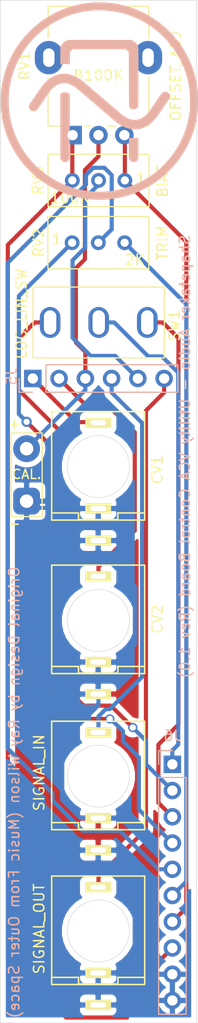
<source format=kicad_pcb>
(kicad_pcb (version 20171130) (host pcbnew "(5.1.5-0-10_14)")

  (general
    (thickness 1.6)
    (drawings 14)
    (tracks 132)
    (zones 0)
    (modules 12)
    (nets 16)
  )

  (page A4)
  (layers
    (0 F.Cu mixed)
    (31 B.Cu mixed)
    (32 B.Adhes user)
    (33 F.Adhes user)
    (34 B.Paste user)
    (35 F.Paste user)
    (36 B.SilkS user)
    (37 F.SilkS user)
    (38 B.Mask user)
    (39 F.Mask user)
    (40 Dwgs.User user)
    (41 Cmts.User user)
    (42 Eco1.User user)
    (43 Eco2.User user)
    (44 Edge.Cuts user)
    (45 Margin user)
    (46 B.CrtYd user)
    (47 F.CrtYd user)
    (48 B.Fab user)
    (49 F.Fab user)
  )

  (setup
    (last_trace_width 0.4)
    (trace_clearance 0.3)
    (zone_clearance 0.508)
    (zone_45_only no)
    (trace_min 0.2)
    (via_size 1)
    (via_drill 0.6)
    (via_min_size 0.4)
    (via_min_drill 0.3)
    (uvia_size 0.3)
    (uvia_drill 0.1)
    (uvias_allowed no)
    (uvia_min_size 0.2)
    (uvia_min_drill 0.1)
    (edge_width 0.05)
    (segment_width 0.2)
    (pcb_text_width 0.3)
    (pcb_text_size 1.5 1.5)
    (mod_edge_width 0.12)
    (mod_text_size 1 1)
    (mod_text_width 0.15)
    (pad_size 1.524 1.524)
    (pad_drill 0.762)
    (pad_to_mask_clearance 0.051)
    (solder_mask_min_width 0.25)
    (aux_axis_origin 0 0)
    (grid_origin 92.964 60.833)
    (visible_elements FFFFFF7F)
    (pcbplotparams
      (layerselection 0x010fc_ffffffff)
      (usegerberextensions false)
      (usegerberattributes false)
      (usegerberadvancedattributes false)
      (creategerberjobfile false)
      (excludeedgelayer true)
      (linewidth 0.100000)
      (plotframeref false)
      (viasonmask false)
      (mode 1)
      (useauxorigin false)
      (hpglpennumber 1)
      (hpglpenspeed 20)
      (hpglpendiameter 15.000000)
      (psnegative false)
      (psa4output false)
      (plotreference true)
      (plotvalue true)
      (plotinvisibletext false)
      (padsonsilk false)
      (subtractmaskfromsilk false)
      (outputformat 1)
      (mirror false)
      (drillshape 1)
      (scaleselection 1)
      (outputdirectory ""))
  )

  (net 0 "")
  (net 1 GND)
  (net 2 /SIGNAL_OUT)
  (net 3 /CV1)
  (net 4 /CV2)
  (net 5 /SIGNAL_IN)
  (net 6 /OFFSET_ADJ)
  (net 7 /BIAS)
  (net 8 /LOG_LIN_SW_1)
  (net 9 /LOG_LIN_SW_2)
  (net 10 /LOG_LIN_SW_3)
  (net 11 /TRIM_1)
  (net 12 /TRIM_2)
  (net 13 /TRIM_3)
  (net 14 +12V)
  (net 15 -12V)

  (net_class Default "This is the default net class."
    (clearance 0.3)
    (trace_width 0.4)
    (via_dia 1)
    (via_drill 0.6)
    (uvia_dia 0.3)
    (uvia_drill 0.1)
    (add_net +12V)
    (add_net -12V)
    (add_net /BIAS)
    (add_net /CV1)
    (add_net /CV2)
    (add_net /LOG_LIN_SW_1)
    (add_net /LOG_LIN_SW_2)
    (add_net /LOG_LIN_SW_3)
    (add_net /OFFSET_ADJ)
    (add_net /SIGNAL_IN)
    (add_net /SIGNAL_OUT)
    (add_net /TRIM_1)
    (add_net /TRIM_2)
    (add_net /TRIM_3)
    (add_net GND)
  )

  (module Custom_Graphics:Shape_Taker_Logo_1300_DPI (layer B.Cu) (tedit 0) (tstamp 5EC4952D)
    (at 85.598 63.754 180)
    (fp_text reference G*** (at 0 0) (layer B.SilkS) hide
      (effects (font (size 1.524 1.524) (thickness 0.3)) (justify mirror))
    )
    (fp_text value LOGO (at 0.75 0) (layer B.SilkS) hide
      (effects (font (size 1.524 1.524) (thickness 0.3)) (justify mirror))
    )
    (fp_poly (pts (xy 2.067141 5.917697) (xy 2.249454 5.917284) (xy 2.407783 5.916635) (xy 2.544014 5.915729)
      (xy 2.660034 5.914546) (xy 2.75773 5.913067) (xy 2.838988 5.91127) (xy 2.905696 5.909137)
      (xy 2.959738 5.906648) (xy 3.003003 5.903781) (xy 3.037376 5.900518) (xy 3.064745 5.896838)
      (xy 3.086995 5.892721) (xy 3.106014 5.888148) (xy 3.123688 5.883099) (xy 3.126965 5.88211)
      (xy 3.302777 5.809221) (xy 3.456354 5.704875) (xy 3.585533 5.571141) (xy 3.688152 5.410089)
      (xy 3.737323 5.297873) (xy 3.747406 5.269068) (xy 3.755754 5.239188) (xy 3.762574 5.204271)
      (xy 3.76807 5.160355) (xy 3.772448 5.103478) (xy 3.775916 5.029678) (xy 3.778677 4.934991)
      (xy 3.780939 4.815457) (xy 3.782907 4.667112) (xy 3.784786 4.485994) (xy 3.785939 4.361961)
      (xy 3.787599 4.130348) (xy 3.788012 3.937395) (xy 3.787172 3.782706) (xy 3.785075 3.665884)
      (xy 3.781713 3.586531) (xy 3.77708 3.544251) (xy 3.773364 3.536461) (xy 3.744756 3.541099)
      (xy 3.691374 3.553105) (xy 3.640772 3.565769) (xy 3.543455 3.582828) (xy 3.421779 3.592066)
      (xy 3.289677 3.593475) (xy 3.161076 3.587046) (xy 3.049908 3.57277) (xy 3.018693 3.56616)
      (xy 2.95489 3.551144) (xy 2.907086 3.540616) (xy 2.887879 3.537157) (xy 2.884271 3.555716)
      (xy 2.880627 3.608564) (xy 2.877107 3.690911) (xy 2.873874 3.797971) (xy 2.871088 3.924954)
      (xy 2.868911 4.067074) (xy 2.86834 4.11773) (xy 2.866504 4.28451) (xy 2.864569 4.416938)
      (xy 2.862189 4.519738) (xy 2.859019 4.597635) (xy 2.854715 4.655352) (xy 2.848932 4.697614)
      (xy 2.841326 4.729145) (xy 2.831551 4.754669) (xy 2.820213 4.777154) (xy 2.742268 4.886307)
      (xy 2.643918 4.966084) (xy 2.594359 4.99104) (xy 2.580498 4.995491) (xy 2.560009 4.999491)
      (xy 2.530893 5.003064) (xy 2.491149 5.006233) (xy 2.438778 5.009022) (xy 2.371781 5.011454)
      (xy 2.288159 5.013554) (xy 2.185913 5.015343) (xy 2.063042 5.016846) (xy 1.917548 5.018087)
      (xy 1.747431 5.019088) (xy 1.550692 5.019873) (xy 1.325332 5.020466) (xy 1.069351 5.02089)
      (xy 0.780749 5.021168) (xy 0.457529 5.021324) (xy 0.097689 5.021382) (xy 0.009769 5.021384)
      (xy -0.358752 5.021346) (xy -0.690197 5.021214) (xy -0.986563 5.020965) (xy -1.24985 5.020577)
      (xy -1.482058 5.020025) (xy -1.685186 5.019286) (xy -1.861233 5.018337) (xy -2.012199 5.017153)
      (xy -2.140083 5.015712) (xy -2.246884 5.013991) (xy -2.334602 5.011965) (xy -2.405235 5.009611)
      (xy -2.460784 5.006906) (xy -2.503248 5.003826) (xy -2.534626 5.000347) (xy -2.556917 4.996447)
      (xy -2.572122 4.992102) (xy -2.57482 4.99104) (xy -2.680534 4.926266) (xy -2.768384 4.829709)
      (xy -2.800674 4.777154) (xy -2.842846 4.699) (xy -2.852615 2.060441) (xy -2.85402 1.685718)
      (xy -2.855341 1.348094) (xy -2.856611 1.045592) (xy -2.857863 0.776234) (xy -2.859132 0.538044)
      (xy -2.860449 0.329043) (xy -2.86185 0.147255) (xy -2.863368 -0.009298) (xy -2.865035 -0.142594)
      (xy -2.866887 -0.25461) (xy -2.868955 -0.347323) (xy -2.871273 -0.42271) (xy -2.873876 -0.48275)
      (xy -2.876796 -0.529419) (xy -2.880067 -0.564694) (xy -2.883722 -0.590555) (xy -2.887795 -0.608976)
      (xy -2.89232 -0.621937) (xy -2.89733 -0.631414) (xy -2.898232 -0.63282) (xy -2.956399 -0.690325)
      (xy -3.043272 -0.737233) (xy -3.149371 -0.771257) (xy -3.26522 -0.79011) (xy -3.381339 -0.791503)
      (xy -3.484343 -0.774272) (xy -3.598473 -0.727955) (xy -3.68714 -0.658019) (xy -3.720869 -0.617711)
      (xy -3.726453 -0.609867) (xy -3.731499 -0.600751) (xy -3.736039 -0.588428) (xy -3.740106 -0.570968)
      (xy -3.74373 -0.546437) (xy -3.746942 -0.512903) (xy -3.749776 -0.468433) (xy -3.75226 -0.411095)
      (xy -3.754429 -0.338957) (xy -3.756312 -0.250085) (xy -3.757941 -0.142547) (xy -3.759347 -0.014412)
      (xy -3.760563 0.136254) (xy -3.76162 0.311384) (xy -3.762549 0.512909) (xy -3.763381 0.742762)
      (xy -3.764149 1.002876) (xy -3.764882 1.295183) (xy -3.765614 1.621616) (xy -3.766376 1.984107)
      (xy -3.766828 2.20439) (xy -3.767593 2.651575) (xy -3.767982 3.062745) (xy -3.767996 3.437613)
      (xy -3.767637 3.775895) (xy -3.766906 4.077307) (xy -3.765805 4.341564) (xy -3.764335 4.568382)
      (xy -3.762497 4.757475) (xy -3.760292 4.90856) (xy -3.757723 5.021351) (xy -3.754791 5.095564)
      (xy -3.752365 5.125654) (xy -3.709339 5.310488) (xy -3.632302 5.477359) (xy -3.523192 5.623628)
      (xy -3.383946 5.746658) (xy -3.229873 5.837536) (xy -3.077307 5.910384) (xy -0.039077 5.915627)
      (xy 0.363949 5.916314) (xy 0.729785 5.916903) (xy 1.060317 5.917376) (xy 1.357432 5.917712)
      (xy 1.623017 5.91789) (xy 1.858958 5.917892) (xy 2.067141 5.917697)) (layer B.SilkS) (width 0.01))
    (fp_poly (pts (xy 3.619565 2.62884) (xy 3.812536 2.60811) (xy 3.983216 2.574738) (xy 3.99159 2.572569)
      (xy 4.271016 2.479329) (xy 4.544013 2.348823) (xy 4.808178 2.182656) (xy 5.061113 1.98243)
      (xy 5.300415 1.749749) (xy 5.41293 1.623242) (xy 5.448585 1.578062) (xy 5.502872 1.505082)
      (xy 5.5732 1.408057) (xy 5.656976 1.290743) (xy 5.751606 1.156894) (xy 5.854499 1.010267)
      (xy 5.96306 0.854616) (xy 6.074698 0.693697) (xy 6.18682 0.531264) (xy 6.296833 0.371073)
      (xy 6.402144 0.216879) (xy 6.50016 0.072438) (xy 6.588289 -0.058496) (xy 6.663937 -0.172167)
      (xy 6.724513 -0.264819) (xy 6.767423 -0.332699) (xy 6.788735 -0.36939) (xy 6.813428 -0.447008)
      (xy 6.822857 -0.54353) (xy 6.816703 -0.641753) (xy 6.795313 -0.722923) (xy 6.729561 -0.832668)
      (xy 6.640756 -0.916368) (xy 6.535507 -0.972682) (xy 6.420423 -1.000268) (xy 6.302112 -0.997785)
      (xy 6.187185 -0.963893) (xy 6.08225 -0.897249) (xy 6.055974 -0.872953) (xy 6.035488 -0.847403)
      (xy 5.995408 -0.792791) (xy 5.938039 -0.712418) (xy 5.865691 -0.609581) (xy 5.780671 -0.487583)
      (xy 5.685285 -0.349722) (xy 5.581842 -0.199298) (xy 5.47265 -0.039611) (xy 5.450538 -0.007166)
      (xy 5.337664 0.158094) (xy 5.227784 0.318117) (xy 5.123564 0.469074) (xy 5.027674 0.607139)
      (xy 4.942781 0.728482) (xy 4.871555 0.829277) (xy 4.816663 0.905696) (xy 4.780774 0.953912)
      (xy 4.778651 0.95663) (xy 4.589876 1.172902) (xy 4.389784 1.356434) (xy 4.180573 1.50565)
      (xy 3.964444 1.618974) (xy 3.751385 1.692823) (xy 3.608309 1.717725) (xy 3.444446 1.72592)
      (xy 3.274231 1.717622) (xy 3.1121 1.693048) (xy 3.067539 1.682623) (xy 2.941375 1.642305)
      (xy 2.796231 1.58292) (xy 2.643481 1.510007) (xy 2.494501 1.429106) (xy 2.360665 1.345758)
      (xy 2.325077 1.321039) (xy 2.291892 1.295139) (xy 2.231099 1.245351) (xy 2.144654 1.173338)
      (xy 2.034514 1.080766) (xy 1.902634 0.969298) (xy 1.75097 0.840599) (xy 1.581478 0.696335)
      (xy 1.396115 0.538169) (xy 1.196835 0.367766) (xy 0.985596 0.186792) (xy 0.764353 -0.00309)
      (xy 0.535061 -0.200215) (xy 0.321161 -0.384403) (xy 0.086845 -0.58624) (xy -0.14076 -0.782131)
      (xy -0.359738 -0.970433) (xy -0.568171 -1.149505) (xy -0.764142 -1.317706) (xy -0.945734 -1.473393)
      (xy -1.111029 -1.614925) (xy -1.258109 -1.74066) (xy -1.385059 -1.848956) (xy -1.489959 -1.938172)
      (xy -1.570894 -2.006665) (xy -1.625945 -2.052794) (xy -1.652224 -2.074177) (xy -1.942316 -2.276606)
      (xy -2.241487 -2.445561) (xy -2.546318 -2.579413) (xy -2.853389 -2.676528) (xy -2.971754 -2.703833)
      (xy -3.096268 -2.723473) (xy -3.243872 -2.737331) (xy -3.399561 -2.744722) (xy -3.54833 -2.74496)
      (xy -3.675172 -2.737358) (xy -3.683863 -2.736398) (xy -3.962465 -2.684819) (xy -4.23707 -2.595334)
      (xy -4.505863 -2.46905) (xy -4.767028 -2.307077) (xy -5.018752 -2.110524) (xy -5.259218 -1.8805)
      (xy -5.460295 -1.651) (xy -5.495651 -1.604783) (xy -5.54935 -1.531255) (xy -5.618771 -1.43422)
      (xy -5.701297 -1.317485) (xy -5.794307 -1.184854) (xy -5.895183 -1.040135) (xy -6.001305 -0.887131)
      (xy -6.110054 -0.72965) (xy -6.218811 -0.571495) (xy -6.324956 -0.416473) (xy -6.425871 -0.26839)
      (xy -6.518936 -0.13105) (xy -6.601532 -0.00826) (xy -6.671039 0.096176) (xy -6.724838 0.178451)
      (xy -6.760311 0.234759) (xy -6.771444 0.254) (xy -6.799155 0.337936) (xy -6.808495 0.450917)
      (xy -6.805865 0.530111) (xy -6.793793 0.588921) (xy -6.767475 0.645762) (xy -6.750022 0.675092)
      (xy -6.666281 0.777382) (xy -6.564813 0.848552) (xy -6.451791 0.888397) (xy -6.33339 0.89671)
      (xy -6.215784 0.873287) (xy -6.105147 0.817922) (xy -6.007653 0.730409) (xy -5.983904 0.700595)
      (xy -5.956891 0.662761) (xy -5.910592 0.596399) (xy -5.847636 0.505335) (xy -5.770649 0.393393)
      (xy -5.68226 0.264402) (xy -5.585096 0.122186) (xy -5.481784 -0.029428) (xy -5.402162 -0.146539)
      (xy -5.260501 -0.354717) (xy -5.13817 -0.533446) (xy -5.032853 -0.685811) (xy -4.942235 -0.814896)
      (xy -4.863999 -0.923787) (xy -4.79583 -1.015567) (xy -4.735413 -1.093322) (xy -4.680431 -1.160137)
      (xy -4.628568 -1.219096) (xy -4.577509 -1.273284) (xy -4.524939 -1.325786) (xy -4.495831 -1.35383)
      (xy -4.290868 -1.527259) (xy -4.080114 -1.662078) (xy -3.863814 -1.758283) (xy -3.642212 -1.815873)
      (xy -3.415553 -1.834844) (xy -3.184084 -1.815194) (xy -2.948048 -1.756921) (xy -2.707691 -1.660021)
      (xy -2.463257 -1.524493) (xy -2.251024 -1.377835) (xy -2.219617 -1.352603) (xy -2.16058 -1.303529)
      (xy -2.075876 -1.232287) (xy -1.967469 -1.140554) (xy -1.837323 -1.030005) (xy -1.687401 -0.902316)
      (xy -1.519668 -0.759161) (xy -1.336086 -0.602218) (xy -1.13862 -0.433161) (xy -0.929233 -0.253666)
      (xy -0.70989 -0.065409) (xy -0.482553 0.129935) (xy -0.302846 0.284509) (xy -0.070745 0.484156)
      (xy 0.154817 0.678021) (xy 0.371881 0.864427) (xy 0.578488 1.0417) (xy 0.772679 1.208163)
      (xy 0.952496 1.362142) (xy 1.115979 1.501959) (xy 1.26117 1.625941) (xy 1.38611 1.732412)
      (xy 1.48884 1.819695) (xy 1.567402 1.886116) (xy 1.619836 1.929998) (xy 1.641231 1.947421)
      (xy 1.90869 2.138256) (xy 2.186907 2.302175) (xy 2.470416 2.436602) (xy 2.753753 2.538967)
      (xy 3.031449 2.606695) (xy 3.048 2.609633) (xy 3.223187 2.630156) (xy 3.418412 2.636373)
      (xy 3.619565 2.62884)) (layer B.SilkS) (width 0.01))
    (fp_poly (pts (xy 3.352506 0.846838) (xy 3.483018 0.832353) (xy 3.601164 0.796685) (xy 3.697125 0.743348)
      (xy 3.734809 0.709999) (xy 3.780693 0.661156) (xy 3.780693 -5.578231) (xy 3.738695 -5.656641)
      (xy 3.658319 -5.771229) (xy 3.559314 -5.85434) (xy 3.446347 -5.904297) (xy 3.324086 -5.919424)
      (xy 3.197197 -5.898045) (xy 3.134539 -5.873638) (xy 3.030415 -5.806778) (xy 2.948522 -5.717004)
      (xy 2.896717 -5.613196) (xy 2.892993 -5.600578) (xy 2.88985 -5.577251) (xy 2.887026 -5.530659)
      (xy 2.884516 -5.459648) (xy 2.882313 -5.363062) (xy 2.880411 -5.239747) (xy 2.878805 -5.088549)
      (xy 2.877489 -4.908313) (xy 2.876455 -4.697884) (xy 2.875699 -4.456108) (xy 2.875214 -4.181831)
      (xy 2.874994 -3.873897) (xy 2.875033 -3.531153) (xy 2.875326 -3.152443) (xy 2.875865 -2.736613)
      (xy 2.876382 -2.425418) (xy 2.881923 0.668779) (xy 2.955663 0.73252) (xy 3.057633 0.797371)
      (xy 3.183572 0.835281) (xy 3.336271 0.847054) (xy 3.352506 0.846838)) (layer B.SilkS) (width 0.01))
    (fp_poly (pts (xy -2.852724 -4.530662) (xy -2.853118 -4.749566) (xy -2.854215 -4.950646) (xy -2.85596 -5.130804)
      (xy -2.858296 -5.286942) (xy -2.861171 -5.415961) (xy -2.864528 -5.514762) (xy -2.868312 -5.580248)
      (xy -2.871861 -5.607539) (xy -2.919837 -5.711231) (xy -2.996929 -5.797474) (xy -3.095732 -5.86273)
      (xy -3.208844 -5.903459) (xy -3.328862 -5.916121) (xy -3.448383 -5.897176) (xy -3.465639 -5.89145)
      (xy -3.55455 -5.842984) (xy -3.639614 -5.766651) (xy -3.709526 -5.672943) (xy -3.718904 -5.656385)
      (xy -3.728253 -5.638239) (xy -3.736133 -5.619043) (xy -3.742693 -5.595431) (xy -3.748079 -5.564039)
      (xy -3.752439 -5.5215) (xy -3.75592 -5.464449) (xy -3.758669 -5.389522) (xy -3.760833 -5.293352)
      (xy -3.762561 -5.172576) (xy -3.763999 -5.023827) (xy -3.765294 -4.84374) (xy -3.766594 -4.62895)
      (xy -3.767006 -4.557346) (xy -3.76789 -4.361732) (xy -3.768259 -4.17842) (xy -3.768137 -4.011028)
      (xy -3.76755 -3.863176) (xy -3.766521 -3.738481) (xy -3.765075 -3.640563) (xy -3.763238 -3.57304)
      (xy -3.761033 -3.539531) (xy -3.760057 -3.536462) (xy -3.735842 -3.541186) (xy -3.685413 -3.553501)
      (xy -3.627205 -3.568742) (xy -3.502824 -3.591232) (xy -3.357421 -3.600401) (xy -3.206639 -3.596441)
      (xy -3.066123 -3.579545) (xy -2.9845 -3.560791) (xy -2.852615 -3.522171) (xy -2.852724 -4.530662)) (layer B.SilkS) (width 0.01))
    (fp_poly (pts (xy 0.410372 9.543613) (xy 1.014313 9.501765) (xy 1.607582 9.422491) (xy 2.191093 9.30559)
      (xy 2.76576 9.150861) (xy 3.332496 8.958104) (xy 3.892213 8.727117) (xy 4.210539 8.577251)
      (xy 4.693233 8.324059) (xy 5.147796 8.052567) (xy 5.580201 7.75849) (xy 5.996423 7.437539)
      (xy 6.402433 7.085427) (xy 6.741859 6.760543) (xy 6.938012 6.561678) (xy 7.1105 6.379516)
      (xy 7.266122 6.206284) (xy 7.411681 6.034215) (xy 7.553975 5.855537) (xy 7.682617 5.685692)
      (xy 8.024459 5.193245) (xy 8.334877 4.679954) (xy 8.612712 4.148523) (xy 8.856806 3.601658)
      (xy 9.065999 3.042062) (xy 9.239131 2.472441) (xy 9.375044 1.895498) (xy 9.426798 1.616311)
      (xy 9.455639 1.442154) (xy 9.479402 1.288391) (xy 9.498569 1.148411) (xy 9.513619 1.015606)
      (xy 9.525034 0.883367) (xy 9.533295 0.745085) (xy 9.538883 0.594151) (xy 9.542278 0.423958)
      (xy 9.543961 0.227894) (xy 9.544414 0) (xy 9.544083 -0.213097) (xy 9.542974 -0.392296)
      (xy 9.540915 -0.542773) (xy 9.537731 -0.669701) (xy 9.53325 -0.778256) (xy 9.527299 -0.873612)
      (xy 9.519704 -0.960943) (xy 9.510292 -1.045426) (xy 9.5091 -1.055077) (xy 9.424495 -1.623144)
      (xy 9.314939 -2.165222) (xy 9.178873 -2.686624) (xy 9.014737 -3.192665) (xy 8.820971 -3.688658)
      (xy 8.596015 -4.179916) (xy 8.58574 -4.20077) (xy 8.355691 -4.641345) (xy 8.113186 -5.054998)
      (xy 7.851571 -5.451974) (xy 7.564195 -5.842517) (xy 7.329651 -6.135077) (xy 7.233449 -6.246302)
      (xy 7.113591 -6.377155) (xy 6.976016 -6.521748) (xy 6.826664 -6.674193) (xy 6.671473 -6.8286)
      (xy 6.516383 -6.97908) (xy 6.367333 -7.119746) (xy 6.230261 -7.244707) (xy 6.111106 -7.348075)
      (xy 6.082093 -7.372078) (xy 5.588281 -7.75073) (xy 5.07745 -8.09446) (xy 4.550446 -8.40293)
      (xy 4.008115 -8.6758) (xy 3.451304 -8.912731) (xy 2.880861 -9.113387) (xy 2.297631 -9.277428)
      (xy 1.702462 -9.404515) (xy 1.0962 -9.49431) (xy 0.674077 -9.534187) (xy 0.584084 -9.539197)
      (xy 0.467186 -9.543382) (xy 0.330659 -9.546698) (xy 0.181781 -9.549101) (xy 0.027829 -9.550548)
      (xy -0.12392 -9.550995) (xy -0.266189 -9.550399) (xy -0.3917 -9.548716) (xy -0.493176 -9.545902)
      (xy -0.563341 -9.541914) (xy -0.566615 -9.541616) (xy -0.612672 -9.537474) (xy -0.687296 -9.530975)
      (xy -0.780113 -9.523016) (xy -0.87923 -9.514621) (xy -1.44102 -9.4483) (xy -2.004026 -9.344429)
      (xy -2.564696 -9.204242) (xy -3.119481 -9.028975) (xy -3.664831 -8.819864) (xy -4.197197 -8.578142)
      (xy -4.713027 -8.305046) (xy -5.187461 -8.01575) (xy -5.686259 -7.667708) (xy -6.159659 -7.291245)
      (xy -6.606621 -6.887907) (xy -7.02611 -6.459243) (xy -7.417088 -6.006801) (xy -7.778516 -5.532128)
      (xy -8.109358 -5.036774) (xy -8.408575 -4.522285) (xy -8.675131 -3.99021) (xy -8.907986 -3.442096)
      (xy -9.106105 -2.879492) (xy -9.268449 -2.303946) (xy -9.388209 -1.748693) (xy -9.419846 -1.573942)
      (xy -9.44622 -1.420011) (xy -9.467803 -1.280844) (xy -9.48507 -1.150388) (xy -9.498493 -1.022589)
      (xy -9.508544 -0.891392) (xy -9.515696 -0.750744) (xy -9.520423 -0.59459) (xy -9.523196 -0.416875)
      (xy -9.524489 -0.211547) (xy -9.524661 -0.085529) (xy -8.762777 -0.085529) (xy -8.761228 -0.274756)
      (xy -8.758038 -0.453832) (xy -8.753208 -0.615728) (xy -8.746738 -0.753418) (xy -8.738628 -0.859873)
      (xy -8.737627 -0.869462) (xy -8.654527 -1.462409) (xy -8.535274 -2.041723) (xy -8.380318 -2.606451)
      (xy -8.190111 -3.155639) (xy -7.965107 -3.688333) (xy -7.705756 -4.20358) (xy -7.412511 -4.700427)
      (xy -7.085825 -5.177919) (xy -6.726148 -5.635103) (xy -6.333934 -6.071025) (xy -6.213264 -6.194238)
      (xy -5.78869 -6.59272) (xy -5.342061 -6.960312) (xy -4.875153 -7.296325) (xy -4.389746 -7.600071)
      (xy -3.887618 -7.870861) (xy -3.370547 -8.108009) (xy -2.840312 -8.310825) (xy -2.29869 -8.478622)
      (xy -1.74746 -8.610711) (xy -1.1884 -8.706404) (xy -0.62329 -8.765013) (xy -0.053906 -8.78585)
      (xy 0.449385 -8.772389) (xy 1.019542 -8.723876) (xy 1.570304 -8.643487) (xy 2.106199 -8.530245)
      (xy 2.631758 -8.383172) (xy 3.151511 -8.201288) (xy 3.223846 -8.173079) (xy 3.756708 -7.942163)
      (xy 4.268586 -7.679212) (xy 4.758478 -7.385699) (xy 5.22538 -7.063097) (xy 5.66829 -6.712877)
      (xy 6.086205 -6.336512) (xy 6.478121 -5.935474) (xy 6.843035 -5.511235) (xy 7.179946 -5.065268)
      (xy 7.487848 -4.599044) (xy 7.765741 -4.114036) (xy 8.012619 -3.611715) (xy 8.227482 -3.093555)
      (xy 8.409325 -2.561027) (xy 8.557145 -2.015604) (xy 8.66994 -1.458757) (xy 8.746707 -0.891959)
      (xy 8.786442 -0.316682) (xy 8.792149 0) (xy 8.78079 0.455219) (xy 8.745833 0.901471)
      (xy 8.68596 1.351783) (xy 8.616207 1.738923) (xy 8.484092 2.301309) (xy 8.315832 2.850559)
      (xy 8.112581 3.385182) (xy 7.875494 3.903687) (xy 7.605727 4.404584) (xy 7.304435 4.886381)
      (xy 6.972773 5.347588) (xy 6.611897 5.786714) (xy 6.222962 6.202268) (xy 5.807123 6.59276)
      (xy 5.365535 6.956698) (xy 4.899354 7.292593) (xy 4.409735 7.598953) (xy 3.897834 7.874287)
      (xy 3.839308 7.903057) (xy 3.308569 8.13998) (xy 2.765506 8.340247) (xy 2.211938 8.503629)
      (xy 1.649683 8.629896) (xy 1.08056 8.71882) (xy 0.506388 8.770172) (xy -0.071014 8.783723)
      (xy -0.649828 8.759245) (xy -1.228234 8.696508) (xy -1.750682 8.606386) (xy -2.318663 8.471122)
      (xy -2.87319 8.29941) (xy -3.413006 8.09193) (xy -3.936849 7.849359) (xy -4.44346 7.572376)
      (xy -4.93158 7.261659) (xy -5.399948 6.917888) (xy -5.847305 6.541739) (xy -6.19395 6.213239)
      (xy -6.599344 5.781223) (xy -6.971639 5.328625) (xy -7.310477 4.856201) (xy -7.615501 4.364703)
      (xy -7.88635 3.854885) (xy -8.122666 3.327502) (xy -8.324091 2.783305) (xy -8.490265 2.22305)
      (xy -8.620831 1.64749) (xy -8.715428 1.057378) (xy -8.737627 0.869461) (xy -8.745919 0.766908)
      (xy -8.752571 0.632339) (xy -8.757583 0.472783) (xy -8.760954 0.295268) (xy -8.762686 0.106822)
      (xy -8.762777 -0.085529) (xy -9.524661 -0.085529) (xy -9.524779 0) (xy -9.524412 0.234751)
      (xy -9.522996 0.436491) (xy -9.520059 0.611282) (xy -9.515127 0.765186) (xy -9.507728 0.904265)
      (xy -9.497388 1.03458) (xy -9.483635 1.162193) (xy -9.465997 1.293167) (xy -9.443999 1.433563)
      (xy -9.41717 1.589443) (xy -9.388372 1.748692) (xy -9.26171 2.332881) (xy -9.098923 2.904251)
      (xy -8.901242 3.461449) (xy -8.669897 4.003122) (xy -8.406121 4.527918) (xy -8.111144 5.034483)
      (xy -7.786198 5.521465) (xy -7.432514 5.987511) (xy -7.051324 6.431267) (xy -6.643858 6.851382)
      (xy -6.211348 7.246502) (xy -5.755025 7.615273) (xy -5.27612 7.956345) (xy -4.775865 8.268362)
      (xy -4.255491 8.549974) (xy -3.716229 8.799826) (xy -3.159311 9.016566) (xy -2.615576 9.190403)
      (xy -2.118448 9.318806) (xy -1.622598 9.417778) (xy -1.119587 9.488571) (xy -0.600977 9.532438)
      (xy -0.205154 9.548236) (xy 0.410372 9.543613)) (layer B.SilkS) (width 0.01))
  )

  (module Connector_PinSocket_2.54mm:PinSocket_1x06_P2.54mm_Vertical (layer B.Cu) (tedit 5A19A430) (tstamp 5EC4323B)
    (at 79.15 90.6145 270)
    (descr "Through hole straight socket strip, 1x06, 2.54mm pitch, single row (from Kicad 4.0.7), script generated")
    (tags "Through hole socket strip THT 1x06 2.54mm single row")
    (path /5EC3CF4B)
    (fp_text reference J5 (at -0.1905 2.061 270) (layer B.SilkS)
      (effects (font (size 1 1) (thickness 0.15)) (justify mirror))
    )
    (fp_text value CONN_1 (at 0 -14.7665 270) (layer B.Fab)
      (effects (font (size 1 1) (thickness 0.15)) (justify mirror))
    )
    (fp_line (start -1.27 1.27) (end 0.635 1.27) (layer B.Fab) (width 0.1))
    (fp_line (start 0.635 1.27) (end 1.27 0.635) (layer B.Fab) (width 0.1))
    (fp_line (start 1.27 0.635) (end 1.27 -13.97) (layer B.Fab) (width 0.1))
    (fp_line (start 1.27 -13.97) (end -1.27 -13.97) (layer B.Fab) (width 0.1))
    (fp_line (start -1.27 -13.97) (end -1.27 1.27) (layer B.Fab) (width 0.1))
    (fp_line (start -1.33 -1.27) (end 1.33 -1.27) (layer B.SilkS) (width 0.12))
    (fp_line (start -1.33 -1.27) (end -1.33 -14.03) (layer B.SilkS) (width 0.12))
    (fp_line (start -1.33 -14.03) (end 1.33 -14.03) (layer B.SilkS) (width 0.12))
    (fp_line (start 1.33 -1.27) (end 1.33 -14.03) (layer B.SilkS) (width 0.12))
    (fp_line (start 1.33 1.33) (end 1.33 0) (layer B.SilkS) (width 0.12))
    (fp_line (start 0 1.33) (end 1.33 1.33) (layer B.SilkS) (width 0.12))
    (fp_line (start -1.8 1.8) (end 1.75 1.8) (layer B.CrtYd) (width 0.05))
    (fp_line (start 1.75 1.8) (end 1.75 -14.45) (layer B.CrtYd) (width 0.05))
    (fp_line (start 1.75 -14.45) (end -1.8 -14.45) (layer B.CrtYd) (width 0.05))
    (fp_line (start -1.8 -14.45) (end -1.8 1.8) (layer B.CrtYd) (width 0.05))
    (fp_text user %R (at 0 -6.35) (layer B.Fab)
      (effects (font (size 1 1) (thickness 0.15)) (justify mirror))
    )
    (pad 1 thru_hole rect (at 0 0 270) (size 1.7 1.7) (drill 1) (layers *.Cu *.Mask)
      (net 3 /CV1))
    (pad 2 thru_hole oval (at 0 -2.54 270) (size 1.7 1.7) (drill 1) (layers *.Cu *.Mask)
      (net 4 /CV2))
    (pad 3 thru_hole oval (at 0 -5.08 270) (size 1.7 1.7) (drill 1) (layers *.Cu *.Mask)
      (net 6 /OFFSET_ADJ))
    (pad 4 thru_hole oval (at 0 -7.62 270) (size 1.7 1.7) (drill 1) (layers *.Cu *.Mask)
      (net 5 /SIGNAL_IN))
    (pad 5 thru_hole oval (at 0 -10.16 270) (size 1.7 1.7) (drill 1) (layers *.Cu *.Mask)
      (net 7 /BIAS))
    (pad 6 thru_hole oval (at 0 -12.7 270) (size 1.7 1.7) (drill 1) (layers *.Cu *.Mask)
      (net 2 /SIGNAL_OUT))
    (model ${KISYS3DMOD}/Connector_PinSocket_2.54mm.3dshapes/PinSocket_1x06_P2.54mm_Vertical.wrl
      (at (xyz 0 0 0))
      (scale (xyz 1 1 1))
      (rotate (xyz 0 0 0))
    )
  )

  (module Connector_PinSocket_2.54mm:PinSocket_1x10_P2.54mm_Vertical (layer B.Cu) (tedit 5A19A425) (tstamp 5EC42D21)
    (at 92.6465 127.965 180)
    (descr "Through hole straight socket strip, 1x10, 2.54mm pitch, single row (from Kicad 4.0.7), script generated")
    (tags "Through hole socket strip THT 1x10 2.54mm single row")
    (path /5EC3A6DE)
    (fp_text reference J6 (at 0 2.77) (layer B.SilkS)
      (effects (font (size 1 1) (thickness 0.15)) (justify mirror))
    )
    (fp_text value CONN_2 (at 2.667 -21.4505 90) (layer B.Fab)
      (effects (font (size 1 1) (thickness 0.15)) (justify mirror))
    )
    (fp_line (start -1.27 1.27) (end 0.635 1.27) (layer B.Fab) (width 0.1))
    (fp_line (start 0.635 1.27) (end 1.27 0.635) (layer B.Fab) (width 0.1))
    (fp_line (start 1.27 0.635) (end 1.27 -24.13) (layer B.Fab) (width 0.1))
    (fp_line (start 1.27 -24.13) (end -1.27 -24.13) (layer B.Fab) (width 0.1))
    (fp_line (start -1.27 -24.13) (end -1.27 1.27) (layer B.Fab) (width 0.1))
    (fp_line (start -1.33 -1.27) (end 1.33 -1.27) (layer B.SilkS) (width 0.12))
    (fp_line (start -1.33 -1.27) (end -1.33 -24.19) (layer B.SilkS) (width 0.12))
    (fp_line (start -1.33 -24.19) (end 1.33 -24.19) (layer B.SilkS) (width 0.12))
    (fp_line (start 1.33 -1.27) (end 1.33 -24.19) (layer B.SilkS) (width 0.12))
    (fp_line (start 1.33 1.33) (end 1.33 0) (layer B.SilkS) (width 0.12))
    (fp_line (start 0 1.33) (end 1.33 1.33) (layer B.SilkS) (width 0.12))
    (fp_line (start -1.8 1.8) (end 1.75 1.8) (layer B.CrtYd) (width 0.05))
    (fp_line (start 1.75 1.8) (end 1.75 -24.6) (layer B.CrtYd) (width 0.05))
    (fp_line (start 1.75 -24.6) (end -1.8 -24.6) (layer B.CrtYd) (width 0.05))
    (fp_line (start -1.8 -24.6) (end -1.8 1.8) (layer B.CrtYd) (width 0.05))
    (fp_text user %R (at 0 -11.43 270) (layer B.Fab)
      (effects (font (size 1 1) (thickness 0.15)) (justify mirror))
    )
    (pad 1 thru_hole rect (at 0 0 180) (size 1.7 1.7) (drill 1) (layers *.Cu *.Mask)
      (net 8 /LOG_LIN_SW_1))
    (pad 2 thru_hole oval (at 0 -2.54 180) (size 1.7 1.7) (drill 1) (layers *.Cu *.Mask)
      (net 9 /LOG_LIN_SW_2))
    (pad 3 thru_hole oval (at 0 -5.08 180) (size 1.7 1.7) (drill 1) (layers *.Cu *.Mask)
      (net 10 /LOG_LIN_SW_3))
    (pad 4 thru_hole oval (at 0 -7.62 180) (size 1.7 1.7) (drill 1) (layers *.Cu *.Mask)
      (net 11 /TRIM_1))
    (pad 5 thru_hole oval (at 0 -10.16 180) (size 1.7 1.7) (drill 1) (layers *.Cu *.Mask)
      (net 12 /TRIM_2))
    (pad 6 thru_hole oval (at 0 -12.7 180) (size 1.7 1.7) (drill 1) (layers *.Cu *.Mask)
      (net 13 /TRIM_3))
    (pad 7 thru_hole oval (at 0 -15.24 180) (size 1.7 1.7) (drill 1) (layers *.Cu *.Mask)
      (net 14 +12V))
    (pad 8 thru_hole oval (at 0 -17.78 180) (size 1.7 1.7) (drill 1) (layers *.Cu *.Mask)
      (net 15 -12V))
    (pad 9 thru_hole oval (at 0 -20.32 180) (size 1.7 1.7) (drill 1) (layers *.Cu *.Mask)
      (net 1 GND))
    (pad 10 thru_hole oval (at 0 -22.86 180) (size 1.7 1.7) (drill 1) (layers *.Cu *.Mask)
      (net 1 GND))
    (model ${KISYS3DMOD}/Connector_PinSocket_2.54mm.3dshapes/PinSocket_1x10_P2.54mm_Vertical.wrl
      (at (xyz 0 0 0))
      (scale (xyz 1 1 1))
      (rotate (xyz 0 0 0))
    )
  )

  (module Potentiometer_THT:Potentiometer_Bourns_3296W_Vertical (layer F.Cu) (tedit 5A3D4994) (tstamp 5EC42D54)
    (at 82.95 77.47 180)
    (descr "Potentiometer, vertical, Bourns 3296W, https://www.bourns.com/pdfs/3296.pdf")
    (tags "Potentiometer vertical Bourns 3296W")
    (path /5EC4EF9D)
    (fp_text reference RV2 (at 3.2385 0 90) (layer F.SilkS)
      (effects (font (size 1 1) (thickness 0.15)))
    )
    (fp_text value TRIM (at -8.744 0 90) (layer F.SilkS)
      (effects (font (size 1 1) (thickness 0.15)))
    )
    (fp_text user 2K (at -6.077 -1.651) (layer F.SilkS)
      (effects (font (size 1 1) (thickness 0.15)))
    )
    (fp_line (start 2.5 -2.7) (end -7.6 -2.7) (layer F.CrtYd) (width 0.05))
    (fp_line (start 2.5 2.7) (end 2.5 -2.7) (layer F.CrtYd) (width 0.05))
    (fp_line (start -7.6 2.7) (end 2.5 2.7) (layer F.CrtYd) (width 0.05))
    (fp_line (start -7.6 -2.7) (end -7.6 2.7) (layer F.CrtYd) (width 0.05))
    (fp_line (start 2.345 -2.53) (end 2.345 2.54) (layer F.SilkS) (width 0.12))
    (fp_line (start -7.425 -2.53) (end -7.425 2.54) (layer F.SilkS) (width 0.12))
    (fp_line (start -7.425 2.54) (end 2.345 2.54) (layer F.SilkS) (width 0.12))
    (fp_line (start -7.425 -2.53) (end 2.345 -2.53) (layer F.SilkS) (width 0.12))
    (fp_line (start 0.955 2.235) (end 0.956 0.066) (layer F.Fab) (width 0.1))
    (fp_line (start 0.955 2.235) (end 0.956 0.066) (layer F.Fab) (width 0.1))
    (fp_line (start 2.225 -2.41) (end -7.305 -2.41) (layer F.Fab) (width 0.1))
    (fp_line (start 2.225 2.42) (end 2.225 -2.41) (layer F.Fab) (width 0.1))
    (fp_line (start -7.305 2.42) (end 2.225 2.42) (layer F.Fab) (width 0.1))
    (fp_line (start -7.305 -2.41) (end -7.305 2.42) (layer F.Fab) (width 0.1))
    (fp_circle (center 0.955 1.15) (end 2.05 1.15) (layer F.Fab) (width 0.1))
    (pad 3 thru_hole circle (at -5.08 0 180) (size 1.44 1.44) (drill 0.8) (layers *.Cu *.Mask)
      (net 13 /TRIM_3))
    (pad 2 thru_hole circle (at -2.54 0 180) (size 1.44 1.44) (drill 0.8) (layers *.Cu *.Mask)
      (net 12 /TRIM_2))
    (pad 1 thru_hole circle (at 0 0 180) (size 1.44 1.44) (drill 0.8) (layers *.Cu *.Mask)
      (net 11 /TRIM_1))
    (model ${KISYS3DMOD}/Potentiometer_THT.3dshapes/Potentiometer_Bourns_3296W_Vertical.wrl
      (at (xyz 0 0 0))
      (scale (xyz 1 1 1))
      (rotate (xyz 0 0 0))
    )
  )

  (module Potentiometer_THT:Potentiometer_Bourns_3296W_Vertical (layer F.Cu) (tedit 5A3D4994) (tstamp 5ECAEC56)
    (at 88.05 71.4375)
    (descr "Potentiometer, vertical, Bourns 3296W, https://www.bourns.com/pdfs/3296.pdf")
    (tags "Potentiometer vertical Bourns 3296W")
    (path /5EC4E5A1)
    (fp_text reference RV3 (at -8.3956 0 90) (layer F.SilkS)
      (effects (font (size 1 1) (thickness 0.15)))
    )
    (fp_text value BIAS (at 3.644 0 90) (layer F.SilkS)
      (effects (font (size 1 1) (thickness 0.15)))
    )
    (fp_circle (center 0.955 1.15) (end 2.05 1.15) (layer F.Fab) (width 0.1))
    (fp_line (start -7.305 -2.41) (end -7.305 2.42) (layer F.Fab) (width 0.1))
    (fp_line (start -7.305 2.42) (end 2.225 2.42) (layer F.Fab) (width 0.1))
    (fp_line (start 2.225 2.42) (end 2.225 -2.41) (layer F.Fab) (width 0.1))
    (fp_line (start 2.225 -2.41) (end -7.305 -2.41) (layer F.Fab) (width 0.1))
    (fp_line (start 0.955 2.235) (end 0.956 0.066) (layer F.Fab) (width 0.1))
    (fp_line (start 0.955 2.235) (end 0.956 0.066) (layer F.Fab) (width 0.1))
    (fp_line (start -7.425 -2.53) (end 2.345 -2.53) (layer F.SilkS) (width 0.12))
    (fp_line (start -7.425 2.54) (end 2.345 2.54) (layer F.SilkS) (width 0.12))
    (fp_line (start -7.425 -2.53) (end -7.425 2.54) (layer F.SilkS) (width 0.12))
    (fp_line (start 2.345 -2.53) (end 2.345 2.54) (layer F.SilkS) (width 0.12))
    (fp_line (start -7.6 -2.7) (end -7.6 2.7) (layer F.CrtYd) (width 0.05))
    (fp_line (start -7.6 2.7) (end 2.5 2.7) (layer F.CrtYd) (width 0.05))
    (fp_line (start 2.5 2.7) (end 2.5 -2.7) (layer F.CrtYd) (width 0.05))
    (fp_line (start 2.5 -2.7) (end -7.6 -2.7) (layer F.CrtYd) (width 0.05))
    (fp_text user 100K (at -5.2968 1.7018) (layer F.SilkS)
      (effects (font (size 1 1) (thickness 0.15)))
    )
    (pad 1 thru_hole circle (at 0 0) (size 1.44 1.44) (drill 0.8) (layers *.Cu *.Mask)
      (net 14 +12V))
    (pad 2 thru_hole circle (at -2.54 0) (size 1.44 1.44) (drill 0.8) (layers *.Cu *.Mask)
      (net 7 /BIAS))
    (pad 3 thru_hole circle (at -5.08 0) (size 1.44 1.44) (drill 0.8) (layers *.Cu *.Mask)
      (net 15 -12V))
    (model ${KISYS3DMOD}/Potentiometer_THT.3dshapes/Potentiometer_Bourns_3296W_Vertical.wrl
      (at (xyz 0 0 0))
      (scale (xyz 1 1 1))
      (rotate (xyz 0 0 0))
    )
  )

  (module Potentiometer_THT:Potentiometer_Alpha_RD901F-40-00D_Single_Vertical (layer F.Cu) (tedit 5EC32F56) (tstamp 5EC43B9A)
    (at 83 67.056 90)
    (descr "Potentiometer, vertical, 9mm, single, http://www.taiwanalpha.com.tw/downloads?target=products&id=113")
    (tags "potentiometer vertical 9mm single")
    (path /5EC48D93)
    (fp_text reference RV1 (at 6.71 -4.64 270) (layer F.SilkS)
      (effects (font (size 1 1) (thickness 0.15)))
    )
    (fp_text value OFFSET_ADJ (at 5.724999 9.964 270) (layer F.SilkS)
      (effects (font (size 1 1) (thickness 0.15)))
    )
    (fp_text user B100K (at 5.7925 2.5 180) (layer F.SilkS)
      (effects (font (size 1 1) (thickness 0.15)))
    )
    (fp_line (start -1.15 8.91) (end 12.6 8.91) (layer F.CrtYd) (width 0.05))
    (fp_line (start -1.15 -3.91) (end -1.15 8.91) (layer F.CrtYd) (width 0.05))
    (fp_line (start 12.6 -3.91) (end -1.15 -3.91) (layer F.CrtYd) (width 0.05))
    (fp_line (start 12.6 8.91) (end 12.6 -3.91) (layer F.CrtYd) (width 0.05))
    (fp_line (start 12.47 7.37) (end 12.47 -2.37) (layer F.SilkS) (width 0.12))
    (fp_line (start 0.88 7.37) (end 0.88 5.88) (layer F.SilkS) (width 0.12))
    (fp_line (start 9.41 7.37) (end 12.47 7.37) (layer F.SilkS) (width 0.12))
    (fp_line (start 0.88 -2.38) (end 5.6 -2.38) (layer F.SilkS) (width 0.12))
    (fp_circle (center 7.5 2.5) (end 7.5 -1) (layer F.Fab) (width 0.1))
    (fp_line (start 1 7.25) (end 1 -2.25) (layer F.Fab) (width 0.1))
    (fp_line (start 12.35 7.25) (end 12.35 -2.25) (layer F.Fab) (width 0.1))
    (fp_line (start 1 -2.25) (end 12.35 -2.25) (layer F.Fab) (width 0.1))
    (fp_line (start 1 7.25) (end 12.35 7.25) (layer F.Fab) (width 0.1))
    (fp_line (start 9.41 -2.37) (end 12.47 -2.37) (layer F.SilkS) (width 0.12))
    (fp_line (start 0.88 7.37) (end 5.6 7.37) (layer F.SilkS) (width 0.12))
    (fp_line (start 0.88 -1.19) (end 0.88 -2.37) (layer F.SilkS) (width 0.12))
    (fp_line (start 0.88 1.71) (end 0.88 1.18) (layer F.SilkS) (width 0.12))
    (fp_line (start 0.88 4.16) (end 0.88 3.33) (layer F.SilkS) (width 0.12))
    (pad 1 thru_hole rect (at 0 0 180) (size 1.8 1.8) (drill 1) (layers *.Cu *.Mask)
      (net 15 -12V))
    (pad 2 thru_hole circle (at 0 2.5 180) (size 1.8 1.8) (drill 1) (layers *.Cu *.Mask)
      (net 6 /OFFSET_ADJ))
    (pad 3 thru_hole circle (at 0 5 180) (size 1.8 1.8) (drill 1) (layers *.Cu *.Mask)
      (net 14 +12V))
    (pad "" thru_hole oval (at 7.5 7.3 180) (size 2.72 3.24) (drill oval 1.1 1.8) (layers *.Cu *.Mask))
    (pad "" thru_hole oval (at 7.5 -2.3 180) (size 2.72 3.24) (drill oval 1.1 1.8) (layers *.Cu *.Mask))
    (model ${KISYS3DMOD}/Potentiometer_THT.3dshapes/Potentiometer_Alpha_RD901F-40-00D_Single_Vertical.wrl
      (at (xyz 0 0 0))
      (scale (xyz 1 1 1))
      (rotate (xyz 0 0 0))
    )
    (model "/Users/joshpanzarella/Documents/KiCad Libraries/kicad-3dmodels-master/potentiometers/ALPHA-RD901F-40.step"
      (offset (xyz 7.3 -2.5 0))
      (scale (xyz 1 1 1))
      (rotate (xyz 0 0 90))
    )
  )

  (module TestPoint:TestPoint_2Pads_Pitch5.08mm_Drill1.3mm (layer F.Cu) (tedit 5BD71EB4) (tstamp 5EC78237)
    (at 78.5495 102.489 90)
    (descr "Test point with 2 pads, pitch 5.08mm, hole diameter 1.3mm, wire diameter 1.0mm")
    (tags "CONN DEV")
    (path /5EC92ABA)
    (attr virtual)
    (fp_text reference CAL. (at 2.6035 0) (layer F.SilkS)
      (effects (font (size 0.9 0.9) (thickness 0.15)))
    )
    (fp_text value OFFSET_ADJ_TP (at -3.6576 3.2004 180) (layer F.Fab) hide
      (effects (font (size 1 1) (thickness 0.15)))
    )
    (fp_text user %R (at 2.54 0 90) (layer F.Fab) hide
      (effects (font (size 1 1) (thickness 0.15)))
    )
    (fp_line (start 6.88 1.8) (end -1.8 1.8) (layer F.CrtYd) (width 0.05))
    (fp_line (start 6.88 1.8) (end 6.88 -1.8) (layer F.CrtYd) (width 0.05))
    (fp_line (start -1.8 -1.8) (end -1.8 1.8) (layer F.CrtYd) (width 0.05))
    (fp_line (start -1.8 -1.8) (end 6.88 -1.8) (layer F.CrtYd) (width 0.05))
    (fp_line (start 5.08 0) (end 0 0) (layer F.Fab) (width 0.1))
    (fp_line (start -1.5 -1.5) (end -1.5 1.5) (layer F.SilkS) (width 0.12))
    (fp_line (start 6.6 1.5) (end 6.6 -1.5) (layer F.SilkS) (width 0.12))
    (fp_line (start -1.5 -1.5) (end 6.6 -1.5) (layer F.SilkS) (width 0.12))
    (fp_line (start 6.6 1.5) (end -1.5 1.5) (layer F.SilkS) (width 0.12))
    (pad 1 thru_hole roundrect (at 0 0 90) (size 2.6 2.6) (drill 1.3) (layers *.Cu *.Mask) (roundrect_rratio 0.25)
      (net 1 GND))
    (pad 2 thru_hole circle (at 5.08 0 90) (size 2.6 2.6) (drill 1.3) (layers *.Cu *.Mask)
      (net 6 /OFFSET_ADJ))
  )

  (module Custom:Mini_Toggle_Switch_SPDT_ON-ON (layer F.Cu) (tedit 5ECA9988) (tstamp 5ECA9AE6)
    (at 85.8492 85.217 270)
    (path /5EC5038E)
    (fp_text reference SW1 (at 0.2794 -7.0104 90) (layer F.SilkS)
      (effects (font (size 1 1) (thickness 0.15)))
    )
    (fp_text value LOG_LIN_SW (at -0.863761 7.8105 90) (layer F.SilkS)
      (effects (font (size 1 1) (thickness 0.15)))
    )
    (fp_line (start -3.4572 6.6764) (end 3.4028 6.6764) (layer F.Fab) (width 0.12))
    (fp_line (start -3.4572 6.6764) (end -3.4572 -6.0236) (layer F.Fab) (width 0.12))
    (fp_line (start 3.4028 6.6764) (end 3.4028 -6.0236) (layer F.Fab) (width 0.12))
    (fp_line (start -3.4572 -6.0236) (end 3.4028 -6.0236) (layer F.Fab) (width 0.12))
    (fp_line (start -3.6195 -6.1595) (end 3.556 -6.1595) (layer F.CrtYd) (width 0.12))
    (fp_line (start 3.556 -6.1595) (end 3.556 6.7945) (layer F.CrtYd) (width 0.12))
    (fp_line (start 3.556 6.7945) (end 3.556 6.858) (layer F.CrtYd) (width 0.12))
    (fp_line (start 3.556 6.858) (end -3.6195 6.858) (layer F.CrtYd) (width 0.12))
    (fp_line (start -3.6195 6.858) (end -3.6195 -6.1595) (layer F.CrtYd) (width 0.12))
    (fp_line (start -3.4544 -6.0198) (end 3.4036 -6.0198) (layer F.SilkS) (width 0.12))
    (fp_line (start 3.4036 -6.0198) (end 3.4036 6.6802) (layer F.SilkS) (width 0.12))
    (fp_line (start 3.4036 6.6802) (end -3.4544 6.6802) (layer F.SilkS) (width 0.12))
    (fp_line (start -3.4544 6.6802) (end -3.4544 -6.0198) (layer F.SilkS) (width 0.12))
    (pad 1 thru_hole oval (at -0.0272 5.0264 270) (size 3 2) (drill oval 2.35 1.2) (layers *.Cu *.Mask)
      (net 9 /LOG_LIN_SW_2))
    (pad 2 thru_hole oval (at -0.0272 0.3264 270) (size 3 2) (drill oval 2.35 1.2) (layers *.Cu *.Mask)
      (net 8 /LOG_LIN_SW_1))
    (pad 3 thru_hole oval (at -0.0272 -4.3736 270) (size 3 2) (drill oval 2.35 1.2) (layers *.Cu *.Mask)
      (net 10 /LOG_LIN_SW_3))
    (model "/Users/joshpanzarella/Documents/KiCad Libraries/miniature-toggle-switch-1.snapshot.1/Eledis 1A11-NF1STSE SPDT Toggle Switch.stp"
      (offset (xyz 0 4.4 0))
      (scale (xyz 1 1 1))
      (rotate (xyz 0 0 90))
    )
  )

  (module Thonkiconn:thonkiconn_fuzzySi (layer F.Cu) (tedit 5ECAA38D) (tstamp 5ECB06F9)
    (at 85.471 99.822)
    (path /5EC4BCE7)
    (fp_text reference CV1 (at 5.715 -0.381 90) (layer F.SilkS)
      (effects (font (size 1 1) (thickness 0.15)))
    )
    (fp_text value CV1 (at 0 -7.62) (layer F.Fab) hide
      (effects (font (size 1 1) (thickness 0.15)))
    )
    (fp_line (start -4.445 3.81) (end -1.905 3.81) (layer F.SilkS) (width 0.15))
    (fp_line (start -1.905 3.81) (end -1.905 4.445) (layer F.SilkS) (width 0.15))
    (fp_line (start -1.905 4.445) (end 1.905 4.445) (layer F.SilkS) (width 0.15))
    (fp_line (start 1.905 4.445) (end 1.905 3.81) (layer F.SilkS) (width 0.15))
    (fp_line (start 1.905 3.81) (end 4.445 3.81) (layer F.SilkS) (width 0.15))
    (fp_line (start 4.5 -6) (end 4.5 4.5) (layer F.SilkS) (width 0.15))
    (fp_line (start -4.5 -6) (end -4.5 4.5) (layer F.SilkS) (width 0.15))
    (fp_line (start -4.5 4.5) (end 4.5 4.5) (layer F.SilkS) (width 0.15))
    (fp_line (start -4.5 -6) (end 4.5 -6) (layer F.SilkS) (width 0.15))
    (pad 3 thru_hole rect (at 0 -4.92) (size 2.5 1) (drill oval 1.5 0.5) (layers *.Cu *.Mask F.SilkS)
      (net 3 /CV1))
    (pad 2 thru_hole rect (at 0 3.38) (size 2.5 1) (drill oval 1.5 0.5) (layers *.Cu *.Mask F.SilkS)
      (net 1 GND))
    (pad 1 thru_hole rect (at 0 6.48) (size 2.5 1) (drill oval 1.5 0.5) (layers *.Cu *.Mask F.SilkS)
      (net 1 GND))
    (model /home/mary/Dropbox/working/Templates/thonkiconn_fuzzySi_3d_v6.wrl
      (at (xyz 0 0 0))
      (scale (xyz 0.3937 0.3937 0.3937))
      (rotate (xyz 0 0 -90))
    )
    (model "/Users/joshpanzarella/Documents/KiCad Libraries/PJ301M-12 Thonkiconn v0.2.stp"
      (offset (xyz 0 0.73 0))
      (scale (xyz 1 1 1))
      (rotate (xyz 0 0 0))
    )
  )

  (module Thonkiconn:thonkiconn_fuzzySi (layer F.Cu) (tedit 5ECAA38D) (tstamp 5ECB088E)
    (at 85.471 114.681)
    (path /5EC4D309)
    (fp_text reference CV2 (at 5.715 -0.762 90) (layer F.SilkS)
      (effects (font (size 1 1) (thickness 0.15)))
    )
    (fp_text value CV2 (at 0 -7.62) (layer F.Fab) hide
      (effects (font (size 1 1) (thickness 0.15)))
    )
    (fp_line (start -4.445 3.81) (end -1.905 3.81) (layer F.SilkS) (width 0.15))
    (fp_line (start -1.905 3.81) (end -1.905 4.445) (layer F.SilkS) (width 0.15))
    (fp_line (start -1.905 4.445) (end 1.905 4.445) (layer F.SilkS) (width 0.15))
    (fp_line (start 1.905 4.445) (end 1.905 3.81) (layer F.SilkS) (width 0.15))
    (fp_line (start 1.905 3.81) (end 4.445 3.81) (layer F.SilkS) (width 0.15))
    (fp_line (start 4.5 -6) (end 4.5 4.5) (layer F.SilkS) (width 0.15))
    (fp_line (start -4.5 -6) (end -4.5 4.5) (layer F.SilkS) (width 0.15))
    (fp_line (start -4.5 4.5) (end 4.5 4.5) (layer F.SilkS) (width 0.15))
    (fp_line (start -4.5 -6) (end 4.5 -6) (layer F.SilkS) (width 0.15))
    (pad 3 thru_hole rect (at 0 -4.92) (size 2.5 1) (drill oval 1.5 0.5) (layers *.Cu *.Mask F.SilkS)
      (net 4 /CV2))
    (pad 2 thru_hole rect (at 0 3.38) (size 2.5 1) (drill oval 1.5 0.5) (layers *.Cu *.Mask F.SilkS)
      (net 1 GND))
    (pad 1 thru_hole rect (at 0 6.48) (size 2.5 1) (drill oval 1.5 0.5) (layers *.Cu *.Mask F.SilkS)
      (net 1 GND))
    (model /home/mary/Dropbox/working/Templates/thonkiconn_fuzzySi_3d_v6.wrl
      (at (xyz 0 0 0))
      (scale (xyz 0.3937 0.3937 0.3937))
      (rotate (xyz 0 0 -90))
    )
    (model "/Users/joshpanzarella/Documents/KiCad Libraries/PJ301M-12 Thonkiconn v0.2.stp"
      (offset (xyz 0 0.73 0))
      (scale (xyz 1 1 1))
      (rotate (xyz 0 0 0))
    )
  )

  (module Thonkiconn:thonkiconn_fuzzySi (layer F.Cu) (tedit 5ECAA38D) (tstamp 5ECB0993)
    (at 85.471 129.794)
    (path /5EC4DB7C)
    (fp_text reference SIGNAL_IN (at -5.715 -1.016 90) (layer F.SilkS)
      (effects (font (size 1 1) (thickness 0.15)))
    )
    (fp_text value SIGNAL_IN (at 0 -7.62) (layer F.Fab) hide
      (effects (font (size 1 1) (thickness 0.15)))
    )
    (fp_line (start -4.445 3.81) (end -1.905 3.81) (layer F.SilkS) (width 0.15))
    (fp_line (start -1.905 3.81) (end -1.905 4.445) (layer F.SilkS) (width 0.15))
    (fp_line (start -1.905 4.445) (end 1.905 4.445) (layer F.SilkS) (width 0.15))
    (fp_line (start 1.905 4.445) (end 1.905 3.81) (layer F.SilkS) (width 0.15))
    (fp_line (start 1.905 3.81) (end 4.445 3.81) (layer F.SilkS) (width 0.15))
    (fp_line (start 4.5 -6) (end 4.5 4.5) (layer F.SilkS) (width 0.15))
    (fp_line (start -4.5 -6) (end -4.5 4.5) (layer F.SilkS) (width 0.15))
    (fp_line (start -4.5 4.5) (end 4.5 4.5) (layer F.SilkS) (width 0.15))
    (fp_line (start -4.5 -6) (end 4.5 -6) (layer F.SilkS) (width 0.15))
    (pad 3 thru_hole rect (at 0 -4.92) (size 2.5 1) (drill oval 1.5 0.5) (layers *.Cu *.Mask F.SilkS)
      (net 5 /SIGNAL_IN))
    (pad 2 thru_hole rect (at 0 3.38) (size 2.5 1) (drill oval 1.5 0.5) (layers *.Cu *.Mask F.SilkS)
      (net 1 GND))
    (pad 1 thru_hole rect (at 0 6.48) (size 2.5 1) (drill oval 1.5 0.5) (layers *.Cu *.Mask F.SilkS)
      (net 1 GND))
    (model /home/mary/Dropbox/working/Templates/thonkiconn_fuzzySi_3d_v6.wrl
      (at (xyz 0 0 0))
      (scale (xyz 0.3937 0.3937 0.3937))
      (rotate (xyz 0 0 -90))
    )
    (model "/Users/joshpanzarella/Documents/KiCad Libraries/PJ301M-12 Thonkiconn v0.2.stp"
      (offset (xyz 0 0.73 0))
      (scale (xyz 1 1 1))
      (rotate (xyz 0 0 0))
    )
  )

  (module Thonkiconn:thonkiconn_fuzzySi (layer F.Cu) (tedit 5ECAA38D) (tstamp 5ECB09F5)
    (at 85.471 144.78)
    (path /5EC5067A)
    (fp_text reference SIGNAL_OUT (at -5.715 -0.889 90) (layer F.SilkS)
      (effects (font (size 1 1) (thickness 0.15)))
    )
    (fp_text value SIGNAL_OUT (at 0 -7.62) (layer F.Fab) hide
      (effects (font (size 1 1) (thickness 0.15)))
    )
    (fp_line (start -4.445 3.81) (end -1.905 3.81) (layer F.SilkS) (width 0.15))
    (fp_line (start -1.905 3.81) (end -1.905 4.445) (layer F.SilkS) (width 0.15))
    (fp_line (start -1.905 4.445) (end 1.905 4.445) (layer F.SilkS) (width 0.15))
    (fp_line (start 1.905 4.445) (end 1.905 3.81) (layer F.SilkS) (width 0.15))
    (fp_line (start 1.905 3.81) (end 4.445 3.81) (layer F.SilkS) (width 0.15))
    (fp_line (start 4.5 -6) (end 4.5 4.5) (layer F.SilkS) (width 0.15))
    (fp_line (start -4.5 -6) (end -4.5 4.5) (layer F.SilkS) (width 0.15))
    (fp_line (start -4.5 4.5) (end 4.5 4.5) (layer F.SilkS) (width 0.15))
    (fp_line (start -4.5 -6) (end 4.5 -6) (layer F.SilkS) (width 0.15))
    (pad 3 thru_hole rect (at 0 -4.92) (size 2.5 1) (drill oval 1.5 0.5) (layers *.Cu *.Mask F.SilkS)
      (net 2 /SIGNAL_OUT))
    (pad 2 thru_hole rect (at 0 3.38) (size 2.5 1) (drill oval 1.5 0.5) (layers *.Cu *.Mask F.SilkS)
      (net 1 GND))
    (pad 1 thru_hole rect (at 0 6.48) (size 2.5 1) (drill oval 1.5 0.5) (layers *.Cu *.Mask F.SilkS)
      (net 1 GND))
    (model /home/mary/Dropbox/working/Templates/thonkiconn_fuzzySi_3d_v6.wrl
      (at (xyz 0 0 0))
      (scale (xyz 0.3937 0.3937 0.3937))
      (rotate (xyz 0 0 -90))
    )
    (model "/Users/joshpanzarella/Documents/KiCad Libraries/PJ301M-12 Thonkiconn v0.2.stp"
      (offset (xyz 0 0.73 0))
      (scale (xyz 1 1 1))
      (rotate (xyz 0 0 0))
    )
  )

  (gr_text "Original Design by Ray Wilson (Music From Outer Space)" (at 77.343 130.683 90) (layer B.SilkS)
    (effects (font (size 1 1) (thickness 0.15)) (justify mirror))
  )
  (gr_text "Shapetaker Audio - Utility VCA Control Board (Rev 1.0)" (at 93.853 98.171 90) (layer B.SilkS)
    (effects (font (size 1 1) (thickness 0.15)) (justify mirror))
  )
  (gr_circle (center 85.5 99.140072) (end 85.6524 96.142872) (layer Edge.Cuts) (width 0.05) (tstamp 5ECAA7FE))
  (gr_circle (center 85.5 114.046) (end 85.6524 111.0488) (layer Edge.Cuts) (width 0.05) (tstamp 5ECAA7FE))
  (gr_circle (center 85.5 129.112072) (end 85.6524 126.114872) (layer Edge.Cuts) (width 0.05) (tstamp 5ECAA7FE))
  (gr_text + (at 77.343 94.996) (layer F.SilkS)
    (effects (font (size 1 1) (thickness 0.15)))
  )
  (gr_text - (at 77.343 104.648) (layer F.SilkS)
    (effects (font (size 1 1) (thickness 0.15)))
  )
  (gr_text 1 (at 81.4705 77.085) (layer F.SilkS) (tstamp 5ECAF57A)
    (effects (font (size 1 1) (thickness 0.15)))
  )
  (gr_text 1 (at 89.5985 71.243) (layer F.SilkS)
    (effects (font (size 1 1) (thickness 0.15)))
  )
  (gr_circle (center 85.5 144.098072) (end 85.6524 141.100872) (layer Edge.Cuts) (width 0.05) (tstamp 5EC43FCC))
  (gr_line (start 95 153) (end 76 153) (layer Edge.Cuts) (width 0.05) (tstamp 5EC4287B))
  (gr_line (start 95 54) (end 95 153) (layer Edge.Cuts) (width 0.05))
  (gr_line (start 76 54) (end 95 54) (layer Edge.Cuts) (width 0.05))
  (gr_line (start 76 54) (end 76 153) (layer Edge.Cuts) (width 0.05))

  (segment (start 85.5 118.146) (end 87.2503 118.146) (width 0.4) (layer B.Cu) (net 1))
  (segment (start 85.5 106.2385) (end 85.5 107.2388) (width 0.4) (layer B.Cu) (net 1))
  (segment (start 85.5 107.2388) (end 89.0178 110.7566) (width 0.4) (layer B.Cu) (net 1))
  (segment (start 89.0178 110.7566) (end 89.0178 116.3785) (width 0.4) (layer B.Cu) (net 1))
  (segment (start 89.0178 116.3785) (end 87.2503 118.146) (width 0.4) (layer B.Cu) (net 1))
  (segment (start 85.5 148.16) (end 85.5 151.26) (width 0.4) (layer F.Cu) (net 1))
  (segment (start 85.5 133.153) (end 83.7497 133.153) (width 0.4) (layer B.Cu) (net 1))
  (segment (start 85.5 121.246) (end 85.5 122.2463) (width 0.4) (layer B.Cu) (net 1))
  (segment (start 85.5 122.2463) (end 81.9948 125.7515) (width 0.4) (layer B.Cu) (net 1))
  (segment (start 81.9948 125.7515) (end 81.9948 131.3981) (width 0.4) (layer B.Cu) (net 1))
  (segment (start 81.9948 131.3981) (end 83.7497 133.153) (width 0.4) (layer B.Cu) (net 1))
  (segment (start 85.5 118.146) (end 85.5 121.246) (width 0.4) (layer F.Cu) (net 1))
  (segment (start 85.5 106.2385) (end 85.5 103.1385) (width 0.4) (layer F.Cu) (net 1))
  (segment (start 89.0019 148.16) (end 89.1269 148.285) (width 0.4) (layer B.Cu) (net 1))
  (segment (start 89.1269 148.285) (end 92.6465 148.285) (width 0.4) (layer B.Cu) (net 1))
  (segment (start 85.5 137.2533) (end 89.0019 140.7552) (width 0.4) (layer B.Cu) (net 1))
  (segment (start 89.0019 140.7552) (end 89.0019 148.16) (width 0.4) (layer B.Cu) (net 1))
  (segment (start 89.0019 148.16) (end 87.2503 148.16) (width 0.4) (layer B.Cu) (net 1))
  (segment (start 85.5 136.253) (end 85.5 137.2533) (width 0.4) (layer B.Cu) (net 1))
  (segment (start 85.5 136.253) (end 85.5 133.153) (width 0.4) (layer F.Cu) (net 1))
  (segment (start 85.5 148.16) (end 87.2503 148.16) (width 0.4) (layer B.Cu) (net 1))
  (segment (start 92.6465 150.825) (end 92.6465 148.285) (width 0.4) (layer F.Cu) (net 1))
  (segment (start 78.5495 102.489) (end 79.199 103.1385) (width 0.4) (layer B.Cu) (net 1))
  (segment (start 79.199 103.1385) (end 85.5 103.1385) (width 0.4) (layer B.Cu) (net 1))
  (segment (start 85.5 138.8597) (end 90.0892 134.2705) (width 0.4) (layer F.Cu) (net 2))
  (segment (start 90.0892 134.2705) (end 90.0892 93.7256) (width 0.4) (layer F.Cu) (net 2))
  (segment (start 90.0892 93.7256) (end 91.85 91.9648) (width 0.4) (layer F.Cu) (net 2))
  (segment (start 85.5 139.86) (end 85.5 138.8597) (width 0.4) (layer F.Cu) (net 2))
  (segment (start 91.85 90.6145) (end 91.85 91.9648) (width 0.4) (layer F.Cu) (net 2))
  (segment (start 79.15 90.6145) (end 83.374 94.8385) (width 0.4) (layer F.Cu) (net 3))
  (segment (start 83.374 94.8385) (end 85.5 94.8385) (width 0.4) (layer F.Cu) (net 3))
  (segment (start 85.5 109.846) (end 85.5 108.8457) (width 0.4) (layer F.Cu) (net 4))
  (segment (start 81.69 90.6145) (end 84.5479 93.4724) (width 0.4) (layer F.Cu) (net 4))
  (segment (start 84.5479 93.4724) (end 86.6682 93.4724) (width 0.4) (layer F.Cu) (net 4))
  (segment (start 86.6682 93.4724) (end 89.0083 95.8125) (width 0.4) (layer F.Cu) (net 4))
  (segment (start 89.0083 95.8125) (end 89.0083 105.3374) (width 0.4) (layer F.Cu) (net 4))
  (segment (start 89.0083 105.3374) (end 85.5 108.8457) (width 0.4) (layer F.Cu) (net 4))
  (segment (start 86.77 91.9648) (end 89.7182 94.913) (width 0.4) (layer B.Cu) (net 5))
  (segment (start 89.7182 94.913) (end 89.7182 119.5016) (width 0.4) (layer B.Cu) (net 5))
  (segment (start 89.7182 119.5016) (end 86.5986 122.6212) (width 0.4) (layer B.Cu) (net 5))
  (segment (start 86.5986 122.6212) (end 86.1999 122.6212) (width 0.4) (layer B.Cu) (net 5))
  (segment (start 86.1999 122.6212) (end 85.5 123.3211) (width 0.4) (layer B.Cu) (net 5))
  (segment (start 85.5 123.3211) (end 85.5 123.8527) (width 0.4) (layer B.Cu) (net 5))
  (segment (start 85.5 124.853) (end 85.5 123.8527) (width 0.4) (layer B.Cu) (net 5))
  (segment (start 86.77 90.6145) (end 86.77 91.9648) (width 0.4) (layer B.Cu) (net 5))
  (segment (start 84.23 91.7285) (end 84.23 90.6145) (width 0.4) (layer B.Cu) (net 6))
  (segment (start 78.5495 97.409) (end 84.23 91.7285) (width 0.4) (layer B.Cu) (net 6))
  (segment (start 85.5 69.1175) (end 85.5 67.056) (width 0.4) (layer F.Cu) (net 6))
  (segment (start 84.190001 70.427499) (end 85.5 69.1175) (width 0.4) (layer F.Cu) (net 6))
  (segment (start 84.190001 79.068499) (end 84.190001 70.427499) (width 0.4) (layer F.Cu) (net 6))
  (segment (start 83.312 79.9465) (end 84.190001 79.068499) (width 0.4) (layer F.Cu) (net 6))
  (segment (start 83.312 87.122) (end 83.312 79.9465) (width 0.4) (layer F.Cu) (net 6))
  (segment (start 84.23 88.04) (end 83.312 87.122) (width 0.4) (layer F.Cu) (net 6))
  (segment (start 84.23 90.6145) (end 84.23 88.04) (width 0.4) (layer F.Cu) (net 6))
  (segment (start 85.51 71.8478) (end 85.51 71.4375) (width 0.4) (layer B.Cu) (net 7))
  (segment (start 84.22 77.9402) (end 84.22 73.1378) (width 0.4) (layer B.Cu) (net 7))
  (segment (start 87.122 88.4265) (end 84.7435 88.4265) (width 0.4) (layer B.Cu) (net 7))
  (segment (start 84.7435 88.4265) (end 82.9945 86.6775) (width 0.4) (layer B.Cu) (net 7))
  (segment (start 84.22 73.1378) (end 85.51 71.8478) (width 0.4) (layer B.Cu) (net 7))
  (segment (start 82.9945 79.1657) (end 84.22 77.9402) (width 0.4) (layer B.Cu) (net 7))
  (segment (start 82.9945 86.6775) (end 82.9945 79.1657) (width 0.4) (layer B.Cu) (net 7))
  (segment (start 89.31 90.6145) (end 87.122 88.4265) (width 0.4) (layer B.Cu) (net 7))
  (segment (start 85.5228 85.1898) (end 87.0231 85.1898) (width 0.4) (layer B.Cu) (net 8))
  (segment (start 92.6465 127.965) (end 92.6465 126.6147) (width 0.4) (layer B.Cu) (net 8))
  (segment (start 92.6465 126.6147) (end 93.2175 126.0437) (width 0.4) (layer B.Cu) (net 8))
  (segment (start 93.2175 126.0437) (end 93.2175 90.0562) (width 0.4) (layer B.Cu) (net 8))
  (segment (start 93.2175 90.0562) (end 91.6362 88.4749) (width 0.4) (layer B.Cu) (net 8))
  (segment (start 91.6362 88.4749) (end 90.3082 88.4749) (width 0.4) (layer B.Cu) (net 8))
  (segment (start 90.3082 88.4749) (end 87.0231 85.1898) (width 0.4) (layer B.Cu) (net 8))
  (segment (start 80.8228 85.1898) (end 79.3225 85.1898) (width 0.4) (layer F.Cu) (net 9))
  (segment (start 88.8212 124.4067) (end 90.105 125.6905) (width 0.4) (layer B.Cu) (net 9))
  (segment (start 90.105 125.6905) (end 90.105 127.9635) (width 0.4) (layer B.Cu) (net 9))
  (segment (start 90.105 127.9635) (end 92.6465 130.505) (width 0.4) (layer B.Cu) (net 9))
  (segment (start 79.3225 85.1898) (end 77.7996 86.7127) (width 0.4) (layer F.Cu) (net 9))
  (segment (start 77.7996 86.7127) (end 77.7996 91.7351) (width 0.4) (layer F.Cu) (net 9))
  (segment (start 77.7996 91.7351) (end 81.6455 95.581) (width 0.4) (layer F.Cu) (net 9))
  (segment (start 81.6455 95.581) (end 81.6455 119.8691) (width 0.4) (layer F.Cu) (net 9))
  (segment (start 81.6455 119.8691) (end 84.0605 122.2841) (width 0.4) (layer F.Cu) (net 9))
  (segment (start 84.0605 122.2841) (end 86.6986 122.2841) (width 0.4) (layer F.Cu) (net 9))
  (segment (start 86.6986 122.2841) (end 88.8212 124.4067) (width 0.4) (layer F.Cu) (net 9))
  (via (at 88.8212 124.4067) (size 0.9) (layers F.Cu B.Cu) (net 9))
  (segment (start 92.6465 133.045) (end 91.2961 131.6946) (width 0.4) (layer F.Cu) (net 10))
  (segment (start 91.2961 131.6946) (end 91.2961 126.0569) (width 0.4) (layer F.Cu) (net 10))
  (segment (start 91.2961 126.0569) (end 93.2365 124.1165) (width 0.4) (layer F.Cu) (net 10))
  (segment (start 93.2365 124.1165) (end 93.2365 86.7032) (width 0.4) (layer F.Cu) (net 10))
  (segment (start 93.2365 86.7032) (end 91.7231 85.1898) (width 0.4) (layer F.Cu) (net 10))
  (segment (start 90.2228 85.1898) (end 91.7231 85.1898) (width 0.4) (layer F.Cu) (net 10))
  (segment (start 86.5934 123.5715) (end 86.6814 123.5715) (width 0.4) (layer B.Cu) (net 11))
  (segment (start 86.6814 123.5715) (end 87.8709 124.761) (width 0.4) (layer B.Cu) (net 11))
  (segment (start 87.8709 124.761) (end 87.8709 125.7512) (width 0.4) (layer B.Cu) (net 11))
  (segment (start 87.8709 125.7512) (end 89.4046 127.2849) (width 0.4) (layer B.Cu) (net 11))
  (segment (start 89.4046 127.2849) (end 89.4046 132.3431) (width 0.4) (layer B.Cu) (net 11))
  (segment (start 89.4046 132.3431) (end 92.6465 135.585) (width 0.4) (layer B.Cu) (net 11))
  (segment (start 80.9451 97.2039) (end 80.9451 120.159) (width 0.4) (layer F.Cu) (net 11))
  (segment (start 80.9451 120.159) (end 84.3576 123.5715) (width 0.4) (layer F.Cu) (net 11))
  (segment (start 84.3576 123.5715) (end 86.5934 123.5715) (width 0.4) (layer F.Cu) (net 11))
  (segment (start 82.95 77.47) (end 77.7996 82.6204) (width 0.4) (layer B.Cu) (net 11))
  (segment (start 77.7996 82.6204) (end 77.7996 94.0584) (width 0.4) (layer B.Cu) (net 11))
  (via (at 86.5934 123.5715) (size 0.9) (layers F.Cu B.Cu) (net 11))
  (via (at 78.5481 94.8069) (size 1) (drill 0.6) (layers F.Cu B.Cu) (net 11))
  (segment (start 77.7996 94.0584) (end 78.5481 94.8069) (width 0.4) (layer B.Cu) (net 11))
  (segment (start 80.9451 97.2039) (end 78.5481 94.8069) (width 0.4) (layer F.Cu) (net 11))
  (segment (start 91.2962 138.125) (end 87.5721 134.4009) (width 0.4) (layer B.Cu) (net 12))
  (segment (start 87.5721 134.4009) (end 83.9866 134.4009) (width 0.4) (layer B.Cu) (net 12))
  (segment (start 83.9866 134.4009) (end 81.0561 131.4704) (width 0.4) (layer B.Cu) (net 12))
  (segment (start 81.0561 131.4704) (end 81.0561 130.7752) (width 0.4) (layer B.Cu) (net 12))
  (segment (start 81.0561 130.7752) (end 76.706 126.4251) (width 0.4) (layer B.Cu) (net 12))
  (segment (start 76.706 126.4251) (end 76.706 79.43) (width 0.4) (layer B.Cu) (net 12))
  (segment (start 76.706 79.43) (end 84.2896 71.8464) (width 0.4) (layer B.Cu) (net 12))
  (segment (start 84.2896 71.8464) (end 84.2896 70.92) (width 0.4) (layer B.Cu) (net 12))
  (segment (start 84.2896 70.92) (end 84.9942 70.2154) (width 0.4) (layer B.Cu) (net 12))
  (segment (start 84.9942 70.2154) (end 86.0738 70.2154) (width 0.4) (layer B.Cu) (net 12))
  (segment (start 86.0738 70.2154) (end 86.78 70.9216) (width 0.4) (layer B.Cu) (net 12))
  (segment (start 86.78 70.9216) (end 86.78 76.18) (width 0.4) (layer B.Cu) (net 12))
  (segment (start 86.78 76.18) (end 85.49 77.47) (width 0.4) (layer B.Cu) (net 12))
  (segment (start 92.6465 138.125) (end 91.2962 138.125) (width 0.4) (layer B.Cu) (net 12))
  (segment (start 88.03 77.47) (end 93.9995 83.4395) (width 0.4) (layer B.Cu) (net 13))
  (segment (start 93.9995 83.4395) (end 93.9995 139.312) (width 0.4) (layer B.Cu) (net 13))
  (segment (start 93.9995 139.312) (end 92.6465 140.665) (width 0.4) (layer B.Cu) (net 13))
  (segment (start 88.05 71.4375) (end 93.9995 77.387) (width 0.4) (layer F.Cu) (net 14))
  (segment (start 93.9995 77.387) (end 93.9995 141.852) (width 0.4) (layer F.Cu) (net 14))
  (segment (start 93.9995 141.852) (end 92.6465 143.205) (width 0.4) (layer F.Cu) (net 14))
  (segment (start 88 67.056) (end 88.05 67.106) (width 0.4) (layer F.Cu) (net 14))
  (segment (start 88.05 67.106) (end 88.05 71.4375) (width 0.4) (layer F.Cu) (net 14))
  (segment (start 76.731 77.6765) (end 82.97 71.4375) (width 0.4) (layer F.Cu) (net 15))
  (segment (start 76.731 146.835) (end 76.731 77.6765) (width 0.4) (layer F.Cu) (net 15))
  (segment (start 88.265 150.1265) (end 88.265 152.47499) (width 0.4) (layer F.Cu) (net 15))
  (segment (start 82.37099 152.47499) (end 76.731 146.835) (width 0.4) (layer F.Cu) (net 15))
  (segment (start 88.265 152.47499) (end 82.37099 152.47499) (width 0.4) (layer F.Cu) (net 15))
  (segment (start 92.6465 145.745) (end 88.265 150.1265) (width 0.4) (layer F.Cu) (net 15))
  (segment (start 82.97 67.086) (end 83 67.056) (width 0.4) (layer F.Cu) (net 15))
  (segment (start 82.97 71.4375) (end 82.97 67.086) (width 0.4) (layer F.Cu) (net 15))

  (zone (net 1) (net_name GND) (layer B.Cu) (tstamp 5ECAA9E2) (hatch edge 0.508)
    (connect_pads (clearance 0.508))
    (min_thickness 0.254)
    (fill yes (arc_segments 32) (thermal_gap 0.508) (thermal_bridge_width 0.508))
    (polygon
      (pts
        (xy 94.869 152.781) (xy 76.2 152.781) (xy 76.2 54.229) (xy 94.869 54.229)
      )
    )
    (filled_polygon
      (pts
        (xy 80.2211 131.121068) (xy 80.2211 131.429382) (xy 80.21706 131.4704) (xy 80.2211 131.511418) (xy 80.233182 131.634088)
        (xy 80.280928 131.791486) (xy 80.358464 131.936545) (xy 80.462809 132.063691) (xy 80.494679 132.089846) (xy 83.367163 134.962332)
        (xy 83.393309 134.994191) (xy 83.425168 135.020337) (xy 83.42517 135.020339) (xy 83.520454 135.098536) (xy 83.665513 135.176072)
        (xy 83.822911 135.223818) (xy 83.890757 135.2305) (xy 83.866506 135.243463) (xy 83.769815 135.322815) (xy 83.690463 135.419506)
        (xy 83.631498 135.52982) (xy 83.595188 135.649518) (xy 83.582928 135.774) (xy 83.586 135.98825) (xy 83.74475 136.147)
        (xy 85.344 136.147) (xy 85.344 136.127) (xy 85.598 136.127) (xy 85.598 136.147) (xy 87.19725 136.147)
        (xy 87.356 135.98825) (xy 87.359072 135.774) (xy 87.346812 135.649518) (xy 87.310502 135.52982) (xy 87.251537 135.419506)
        (xy 87.172185 135.322815) (xy 87.075494 135.243463) (xy 87.061345 135.2359) (xy 87.226233 135.2359) (xy 90.676763 138.686432)
        (xy 90.702909 138.718291) (xy 90.734768 138.744437) (xy 90.73477 138.744439) (xy 90.830054 138.822636) (xy 90.975113 138.900172)
        (xy 91.132511 138.947918) (xy 91.255181 138.96) (xy 91.255182 138.96) (xy 91.2962 138.96404) (xy 91.337218 138.96)
        (xy 91.418435 138.96) (xy 91.493025 139.071632) (xy 91.699868 139.278475) (xy 91.87426 139.395) (xy 91.699868 139.511525)
        (xy 91.493025 139.718368) (xy 91.33051 139.961589) (xy 91.218568 140.231842) (xy 91.1615 140.51874) (xy 91.1615 140.81126)
        (xy 91.218568 141.098158) (xy 91.33051 141.368411) (xy 91.493025 141.611632) (xy 91.699868 141.818475) (xy 91.87426 141.935)
        (xy 91.699868 142.051525) (xy 91.493025 142.258368) (xy 91.33051 142.501589) (xy 91.218568 142.771842) (xy 91.1615 143.05874)
        (xy 91.1615 143.35126) (xy 91.218568 143.638158) (xy 91.33051 143.908411) (xy 91.493025 144.151632) (xy 91.699868 144.358475)
        (xy 91.87426 144.475) (xy 91.699868 144.591525) (xy 91.493025 144.798368) (xy 91.33051 145.041589) (xy 91.218568 145.311842)
        (xy 91.1615 145.59874) (xy 91.1615 145.89126) (xy 91.218568 146.178158) (xy 91.33051 146.448411) (xy 91.493025 146.691632)
        (xy 91.699868 146.898475) (xy 91.882034 147.020195) (xy 91.765145 147.089822) (xy 91.548912 147.284731) (xy 91.374859 147.51808)
        (xy 91.249675 147.780901) (xy 91.205024 147.92811) (xy 91.326345 148.158) (xy 92.5195 148.158) (xy 92.5195 148.138)
        (xy 92.7735 148.138) (xy 92.7735 148.158) (xy 93.966655 148.158) (xy 94.087976 147.92811) (xy 94.043325 147.780901)
        (xy 93.918141 147.51808) (xy 93.744088 147.284731) (xy 93.527855 147.089822) (xy 93.410966 147.020195) (xy 93.593132 146.898475)
        (xy 93.799975 146.691632) (xy 93.96249 146.448411) (xy 94.074432 146.178158) (xy 94.1315 145.89126) (xy 94.1315 145.59874)
        (xy 94.074432 145.311842) (xy 93.96249 145.041589) (xy 93.799975 144.798368) (xy 93.593132 144.591525) (xy 93.41874 144.475)
        (xy 93.593132 144.358475) (xy 93.799975 144.151632) (xy 93.96249 143.908411) (xy 94.074432 143.638158) (xy 94.1315 143.35126)
        (xy 94.1315 143.05874) (xy 94.074432 142.771842) (xy 93.96249 142.501589) (xy 93.799975 142.258368) (xy 93.593132 142.051525)
        (xy 93.41874 141.935) (xy 93.593132 141.818475) (xy 93.799975 141.611632) (xy 93.96249 141.368411) (xy 94.074432 141.098158)
        (xy 94.1315 140.81126) (xy 94.1315 140.51874) (xy 94.105307 140.387061) (xy 94.340001 140.152368) (xy 94.340001 152.34)
        (xy 86.982957 152.34) (xy 87.075494 152.290537) (xy 87.172185 152.211185) (xy 87.251537 152.114494) (xy 87.310502 152.00418)
        (xy 87.346812 151.884482) (xy 87.359072 151.76) (xy 87.356 151.54575) (xy 87.19725 151.387) (xy 85.598 151.387)
        (xy 85.598 151.407) (xy 85.344 151.407) (xy 85.344 151.387) (xy 83.74475 151.387) (xy 83.586 151.54575)
        (xy 83.582928 151.76) (xy 83.595188 151.884482) (xy 83.631498 152.00418) (xy 83.690463 152.114494) (xy 83.769815 152.211185)
        (xy 83.866506 152.290537) (xy 83.959043 152.34) (xy 76.66 152.34) (xy 76.66 151.18189) (xy 91.205024 151.18189)
        (xy 91.249675 151.329099) (xy 91.374859 151.59192) (xy 91.548912 151.825269) (xy 91.765145 152.020178) (xy 92.015248 152.169157)
        (xy 92.289609 152.266481) (xy 92.5195 152.145814) (xy 92.5195 150.952) (xy 92.7735 150.952) (xy 92.7735 152.145814)
        (xy 93.003391 152.266481) (xy 93.277752 152.169157) (xy 93.527855 152.020178) (xy 93.744088 151.825269) (xy 93.918141 151.59192)
        (xy 94.043325 151.329099) (xy 94.087976 151.18189) (xy 93.966655 150.952) (xy 92.7735 150.952) (xy 92.5195 150.952)
        (xy 91.326345 150.952) (xy 91.205024 151.18189) (xy 76.66 151.18189) (xy 76.66 150.76) (xy 83.582928 150.76)
        (xy 83.586 150.97425) (xy 83.74475 151.133) (xy 85.344 151.133) (xy 85.344 150.28375) (xy 85.598 150.28375)
        (xy 85.598 151.133) (xy 87.19725 151.133) (xy 87.356 150.97425) (xy 87.359072 150.76) (xy 87.346812 150.635518)
        (xy 87.310502 150.51582) (xy 87.251537 150.405506) (xy 87.172185 150.308815) (xy 87.075494 150.229463) (xy 86.96518 150.170498)
        (xy 86.845482 150.134188) (xy 86.721 150.121928) (xy 85.75675 150.125) (xy 85.598 150.28375) (xy 85.344 150.28375)
        (xy 85.18525 150.125) (xy 84.221 150.121928) (xy 84.096518 150.134188) (xy 83.97682 150.170498) (xy 83.866506 150.229463)
        (xy 83.769815 150.308815) (xy 83.690463 150.405506) (xy 83.631498 150.51582) (xy 83.595188 150.635518) (xy 83.582928 150.76)
        (xy 76.66 150.76) (xy 76.66 148.66) (xy 83.582928 148.66) (xy 83.595188 148.784482) (xy 83.631498 148.90418)
        (xy 83.690463 149.014494) (xy 83.769815 149.111185) (xy 83.866506 149.190537) (xy 83.97682 149.249502) (xy 84.096518 149.285812)
        (xy 84.221 149.298072) (xy 85.18525 149.295) (xy 85.344 149.13625) (xy 85.344 148.287) (xy 85.598 148.287)
        (xy 85.598 149.13625) (xy 85.75675 149.295) (xy 86.721 149.298072) (xy 86.845482 149.285812) (xy 86.96518 149.249502)
        (xy 87.075494 149.190537) (xy 87.172185 149.111185) (xy 87.251537 149.014494) (xy 87.310502 148.90418) (xy 87.346812 148.784482)
        (xy 87.359072 148.66) (xy 87.358813 148.64189) (xy 91.205024 148.64189) (xy 91.249675 148.789099) (xy 91.374859 149.05192)
        (xy 91.548912 149.285269) (xy 91.765145 149.480178) (xy 91.890755 149.555) (xy 91.765145 149.629822) (xy 91.548912 149.824731)
        (xy 91.374859 150.05808) (xy 91.249675 150.320901) (xy 91.205024 150.46811) (xy 91.326345 150.698) (xy 92.5195 150.698)
        (xy 92.5195 148.412) (xy 92.7735 148.412) (xy 92.7735 150.698) (xy 93.966655 150.698) (xy 94.087976 150.46811)
        (xy 94.043325 150.320901) (xy 93.918141 150.05808) (xy 93.744088 149.824731) (xy 93.527855 149.629822) (xy 93.402245 149.555)
        (xy 93.527855 149.480178) (xy 93.744088 149.285269) (xy 93.918141 149.05192) (xy 94.043325 148.789099) (xy 94.087976 148.64189)
        (xy 93.966655 148.412) (xy 92.7735 148.412) (xy 92.5195 148.412) (xy 91.326345 148.412) (xy 91.205024 148.64189)
        (xy 87.358813 148.64189) (xy 87.356 148.44575) (xy 87.19725 148.287) (xy 85.598 148.287) (xy 85.344 148.287)
        (xy 83.74475 148.287) (xy 83.586 148.44575) (xy 83.582928 148.66) (xy 76.66 148.66) (xy 76.66 143.737264)
        (xy 81.836653 143.737264) (xy 81.836653 144.45888) (xy 81.977434 145.166631) (xy 82.253584 145.833317) (xy 82.654493 146.433319)
        (xy 83.164753 146.943579) (xy 83.696112 147.298622) (xy 83.690463 147.305506) (xy 83.631498 147.41582) (xy 83.595188 147.535518)
        (xy 83.582928 147.66) (xy 83.586 147.87425) (xy 83.74475 148.033) (xy 85.344 148.033) (xy 85.344 148.013)
        (xy 85.598 148.013) (xy 85.598 148.033) (xy 87.19725 148.033) (xy 87.356 147.87425) (xy 87.359072 147.66)
        (xy 87.346812 147.535518) (xy 87.310502 147.41582) (xy 87.262603 147.326208) (xy 87.835247 146.943579) (xy 88.345507 146.433319)
        (xy 88.746416 145.833317) (xy 89.022566 145.166631) (xy 89.163347 144.45888) (xy 89.163347 143.737264) (xy 89.022566 143.029513)
        (xy 88.746416 142.362827) (xy 88.345507 141.762825) (xy 87.835247 141.252565) (xy 87.235245 140.851656) (xy 87.160564 140.820722)
        (xy 87.172185 140.811185) (xy 87.251537 140.714494) (xy 87.310502 140.60418) (xy 87.346812 140.484482) (xy 87.359072 140.36)
        (xy 87.359072 139.36) (xy 87.346812 139.235518) (xy 87.310502 139.11582) (xy 87.251537 139.005506) (xy 87.172185 138.908815)
        (xy 87.075494 138.829463) (xy 86.96518 138.770498) (xy 86.845482 138.734188) (xy 86.721 138.721928) (xy 84.221 138.721928)
        (xy 84.096518 138.734188) (xy 83.97682 138.770498) (xy 83.866506 138.829463) (xy 83.769815 138.908815) (xy 83.690463 139.005506)
        (xy 83.631498 139.11582) (xy 83.595188 139.235518) (xy 83.582928 139.36) (xy 83.582928 140.36) (xy 83.595188 140.484482)
        (xy 83.631498 140.60418) (xy 83.690463 140.714494) (xy 83.769815 140.811185) (xy 83.800891 140.836688) (xy 83.764755 140.851656)
        (xy 83.164753 141.252565) (xy 82.654493 141.762825) (xy 82.253584 142.362827) (xy 81.977434 143.029513) (xy 81.836653 143.737264)
        (xy 76.66 143.737264) (xy 76.66 136.774) (xy 83.582928 136.774) (xy 83.595188 136.898482) (xy 83.631498 137.01818)
        (xy 83.690463 137.128494) (xy 83.769815 137.225185) (xy 83.866506 137.304537) (xy 83.97682 137.363502) (xy 84.096518 137.399812)
        (xy 84.221 137.412072) (xy 85.18525 137.409) (xy 85.344 137.25025) (xy 85.344 136.401) (xy 85.598 136.401)
        (xy 85.598 137.25025) (xy 85.75675 137.409) (xy 86.721 137.412072) (xy 86.845482 137.399812) (xy 86.96518 137.363502)
        (xy 87.075494 137.304537) (xy 87.172185 137.225185) (xy 87.251537 137.128494) (xy 87.310502 137.01818) (xy 87.346812 136.898482)
        (xy 87.359072 136.774) (xy 87.356 136.55975) (xy 87.19725 136.401) (xy 85.598 136.401) (xy 85.344 136.401)
        (xy 83.74475 136.401) (xy 83.586 136.55975) (xy 83.582928 136.774) (xy 76.66 136.774) (xy 76.66 127.559967)
      )
    )
    (filled_polygon
      (pts
        (xy 88.569601 132.302072) (xy 88.56556 132.3431) (xy 88.581682 132.506788) (xy 88.629428 132.664186) (xy 88.629429 132.664187)
        (xy 88.706965 132.809246) (xy 88.81131 132.936391) (xy 88.843174 132.962541) (xy 91.187693 135.307061) (xy 91.1615 135.43874)
        (xy 91.1615 135.73126) (xy 91.218568 136.018158) (xy 91.33051 136.288411) (xy 91.493025 136.531632) (xy 91.699868 136.738475)
        (xy 91.87426 136.855) (xy 91.699868 136.971525) (xy 91.511731 137.159662) (xy 88.191546 133.839479) (xy 88.165391 133.807609)
        (xy 88.038246 133.703264) (xy 87.893187 133.625728) (xy 87.735789 133.577982) (xy 87.613119 133.5659) (xy 87.613118 133.5659)
        (xy 87.5721 133.56186) (xy 87.531082 133.5659) (xy 87.357522 133.5659) (xy 87.356 133.45975) (xy 87.19725 133.301)
        (xy 85.598 133.301) (xy 85.598 133.321) (xy 85.344 133.321) (xy 85.344 133.301) (xy 85.324 133.301)
        (xy 85.324 133.047) (xy 85.344 133.047) (xy 85.344 133.027) (xy 85.598 133.027) (xy 85.598 133.047)
        (xy 87.19725 133.047) (xy 87.356 132.88825) (xy 87.359072 132.674) (xy 87.346812 132.549518) (xy 87.310502 132.42982)
        (xy 87.262603 132.340208) (xy 87.835247 131.957579) (xy 88.345507 131.447319) (xy 88.569601 131.111939)
      )
    )
    (filled_polygon
      (pts
        (xy 85.616525 91.561132) (xy 85.823368 91.767975) (xy 85.935001 91.842566) (xy 85.935001 91.923772) (xy 85.93096 91.9648)
        (xy 85.947082 92.128488) (xy 85.994828 92.285886) (xy 85.994829 92.285887) (xy 86.072365 92.430946) (xy 86.17671 92.558091)
        (xy 86.208574 92.584241) (xy 88.8832 95.258868) (xy 88.8832 97.735054) (xy 88.746416 97.404827) (xy 88.345507 96.804825)
        (xy 87.835247 96.294565) (xy 87.235245 95.893656) (xy 87.160564 95.862722) (xy 87.172185 95.853185) (xy 87.251537 95.756494)
        (xy 87.310502 95.64618) (xy 87.346812 95.526482) (xy 87.359072 95.402) (xy 87.359072 94.402) (xy 87.346812 94.277518)
        (xy 87.310502 94.15782) (xy 87.251537 94.047506) (xy 87.172185 93.950815) (xy 87.075494 93.871463) (xy 86.96518 93.812498)
        (xy 86.845482 93.776188) (xy 86.721 93.763928) (xy 84.221 93.763928) (xy 84.096518 93.776188) (xy 83.97682 93.812498)
        (xy 83.866506 93.871463) (xy 83.769815 93.950815) (xy 83.690463 94.047506) (xy 83.631498 94.15782) (xy 83.595188 94.277518)
        (xy 83.582928 94.402) (xy 83.582928 95.402) (xy 83.595188 95.526482) (xy 83.631498 95.64618) (xy 83.690463 95.756494)
        (xy 83.769815 95.853185) (xy 83.800891 95.878688) (xy 83.764755 95.893656) (xy 83.164753 96.294565) (xy 82.654493 96.804825)
        (xy 82.253584 97.404827) (xy 81.977434 98.071513) (xy 81.836653 98.779264) (xy 81.836653 99.50088) (xy 81.977434 100.208631)
        (xy 82.253584 100.875317) (xy 82.654493 101.475319) (xy 83.164753 101.985579) (xy 83.696112 102.340622) (xy 83.690463 102.347506)
        (xy 83.631498 102.45782) (xy 83.595188 102.577518) (xy 83.582928 102.702) (xy 83.586 102.91625) (xy 83.74475 103.075)
        (xy 85.344 103.075) (xy 85.344 103.055) (xy 85.598 103.055) (xy 85.598 103.075) (xy 87.19725 103.075)
        (xy 87.356 102.91625) (xy 87.359072 102.702) (xy 87.346812 102.577518) (xy 87.310502 102.45782) (xy 87.262603 102.368208)
        (xy 87.835247 101.985579) (xy 88.345507 101.475319) (xy 88.746416 100.875317) (xy 88.8832 100.54509) (xy 88.883201 112.640983)
        (xy 88.746416 112.310755) (xy 88.345507 111.710753) (xy 87.835247 111.200493) (xy 87.235245 110.799584) (xy 87.122562 110.752909)
        (xy 87.172185 110.712185) (xy 87.251537 110.615494) (xy 87.310502 110.50518) (xy 87.346812 110.385482) (xy 87.359072 110.261)
        (xy 87.359072 109.261) (xy 87.346812 109.136518) (xy 87.310502 109.01682) (xy 87.251537 108.906506) (xy 87.172185 108.809815)
        (xy 87.075494 108.730463) (xy 86.96518 108.671498) (xy 86.845482 108.635188) (xy 86.721 108.622928) (xy 84.221 108.622928)
        (xy 84.096518 108.635188) (xy 83.97682 108.671498) (xy 83.866506 108.730463) (xy 83.769815 108.809815) (xy 83.690463 108.906506)
        (xy 83.631498 109.01682) (xy 83.595188 109.136518) (xy 83.582928 109.261) (xy 83.582928 110.261) (xy 83.595188 110.385482)
        (xy 83.631498 110.50518) (xy 83.690463 110.615494) (xy 83.769815 110.712185) (xy 83.838893 110.768875) (xy 83.764755 110.799584)
        (xy 83.164753 111.200493) (xy 82.654493 111.710753) (xy 82.253584 112.310755) (xy 81.977434 112.977441) (xy 81.836653 113.685192)
        (xy 81.836653 114.406808) (xy 81.977434 115.114559) (xy 82.253584 115.781245) (xy 82.654493 116.381247) (xy 83.164753 116.891507)
        (xy 83.676178 117.233231) (xy 83.631498 117.31682) (xy 83.595188 117.436518) (xy 83.582928 117.561) (xy 83.586 117.77525)
        (xy 83.74475 117.934) (xy 85.344 117.934) (xy 85.344 117.914) (xy 85.598 117.914) (xy 85.598 117.934)
        (xy 87.19725 117.934) (xy 87.356 117.77525) (xy 87.359072 117.561) (xy 87.346812 117.436518) (xy 87.310502 117.31682)
        (xy 87.281085 117.261786) (xy 87.835247 116.891507) (xy 88.345507 116.381247) (xy 88.746416 115.781245) (xy 88.883201 115.451017)
        (xy 88.883201 119.15573) (xy 87.358798 120.680134) (xy 87.359072 120.661) (xy 87.346812 120.536518) (xy 87.310502 120.41682)
        (xy 87.251537 120.306506) (xy 87.172185 120.209815) (xy 87.075494 120.130463) (xy 86.96518 120.071498) (xy 86.845482 120.035188)
        (xy 86.721 120.022928) (xy 85.75675 120.026) (xy 85.598 120.18475) (xy 85.598 121.034) (xy 85.618 121.034)
        (xy 85.618 121.288) (xy 85.598 121.288) (xy 85.598 121.308) (xy 85.344 121.308) (xy 85.344 121.288)
        (xy 83.74475 121.288) (xy 83.586 121.44675) (xy 83.582928 121.661) (xy 83.595188 121.785482) (xy 83.631498 121.90518)
        (xy 83.690463 122.015494) (xy 83.769815 122.112185) (xy 83.866506 122.191537) (xy 83.97682 122.250502) (xy 84.096518 122.286812)
        (xy 84.221 122.299072) (xy 85.18525 122.296) (xy 85.343998 122.137252) (xy 85.343998 122.296) (xy 85.344232 122.296)
        (xy 84.938578 122.701654) (xy 84.906709 122.727809) (xy 84.802365 122.854954) (xy 84.802364 122.854955) (xy 84.724828 123.000014)
        (xy 84.677082 123.157412) (xy 84.66096 123.3211) (xy 84.665 123.362118) (xy 84.665 123.735928) (xy 84.221 123.735928)
        (xy 84.096518 123.748188) (xy 83.97682 123.784498) (xy 83.866506 123.843463) (xy 83.769815 123.922815) (xy 83.690463 124.019506)
        (xy 83.631498 124.12982) (xy 83.595188 124.249518) (xy 83.582928 124.374) (xy 83.582928 125.374) (xy 83.595188 125.498482)
        (xy 83.631498 125.61818) (xy 83.690463 125.728494) (xy 83.769815 125.825185) (xy 83.800891 125.850688) (xy 83.764755 125.865656)
        (xy 83.164753 126.266565) (xy 82.654493 126.776825) (xy 82.253584 127.376827) (xy 81.977434 128.043513) (xy 81.836653 128.751264)
        (xy 81.836653 129.47288) (xy 81.977434 130.180631) (xy 82.253584 130.847317) (xy 82.654493 131.447319) (xy 83.164753 131.957579)
        (xy 83.696112 132.312622) (xy 83.690463 132.319506) (xy 83.631498 132.42982) (xy 83.595188 132.549518) (xy 83.582928 132.674)
        (xy 83.584999 132.818431) (xy 81.8911 131.124533) (xy 81.8911 130.816207) (xy 81.895139 130.775199) (xy 81.8911 130.734191)
        (xy 81.8911 130.734181) (xy 81.879018 130.611511) (xy 81.831272 130.454113) (xy 81.753736 130.309054) (xy 81.649391 130.181909)
        (xy 81.617527 130.155759) (xy 77.541 126.079233) (xy 77.541 120.661) (xy 83.582928 120.661) (xy 83.586 120.87525)
        (xy 83.74475 121.034) (xy 85.344 121.034) (xy 85.344 120.18475) (xy 85.18525 120.026) (xy 84.221 120.022928)
        (xy 84.096518 120.035188) (xy 83.97682 120.071498) (xy 83.866506 120.130463) (xy 83.769815 120.209815) (xy 83.690463 120.306506)
        (xy 83.631498 120.41682) (xy 83.595188 120.536518) (xy 83.582928 120.661) (xy 77.541 120.661) (xy 77.541 118.561)
        (xy 83.582928 118.561) (xy 83.595188 118.685482) (xy 83.631498 118.80518) (xy 83.690463 118.915494) (xy 83.769815 119.012185)
        (xy 83.866506 119.091537) (xy 83.97682 119.150502) (xy 84.096518 119.186812) (xy 84.221 119.199072) (xy 85.18525 119.196)
        (xy 85.344 119.03725) (xy 85.344 118.188) (xy 85.598 118.188) (xy 85.598 119.03725) (xy 85.75675 119.196)
        (xy 86.721 119.199072) (xy 86.845482 119.186812) (xy 86.96518 119.150502) (xy 87.075494 119.091537) (xy 87.172185 119.012185)
        (xy 87.251537 118.915494) (xy 87.310502 118.80518) (xy 87.346812 118.685482) (xy 87.359072 118.561) (xy 87.356 118.34675)
        (xy 87.19725 118.188) (xy 85.598 118.188) (xy 85.344 118.188) (xy 83.74475 118.188) (xy 83.586 118.34675)
        (xy 83.582928 118.561) (xy 77.541 118.561) (xy 77.541 106.802) (xy 83.582928 106.802) (xy 83.595188 106.926482)
        (xy 83.631498 107.04618) (xy 83.690463 107.156494) (xy 83.769815 107.253185) (xy 83.866506 107.332537) (xy 83.97682 107.391502)
        (xy 84.096518 107.427812) (xy 84.221 107.440072) (xy 85.18525 107.437) (xy 85.344 107.27825) (xy 85.344 106.429)
        (xy 85.598 106.429) (xy 85.598 107.27825) (xy 85.75675 107.437) (xy 86.721 107.440072) (xy 86.845482 107.427812)
        (xy 86.96518 107.391502) (xy 87.075494 107.332537) (xy 87.172185 107.253185) (xy 87.251537 107.156494) (xy 87.310502 107.04618)
        (xy 87.346812 106.926482) (xy 87.359072 106.802) (xy 87.356 106.58775) (xy 87.19725 106.429) (xy 85.598 106.429)
        (xy 85.344 106.429) (xy 83.74475 106.429) (xy 83.586 106.58775) (xy 83.582928 106.802) (xy 77.541 106.802)
        (xy 77.541 105.802) (xy 83.582928 105.802) (xy 83.586 106.01625) (xy 83.74475 106.175) (xy 85.344 106.175)
        (xy 85.344 105.32575) (xy 85.598 105.32575) (xy 85.598 106.175) (xy 87.19725 106.175) (xy 87.356 106.01625)
        (xy 87.359072 105.802) (xy 87.346812 105.677518) (xy 87.310502 105.55782) (xy 87.251537 105.447506) (xy 87.172185 105.350815)
        (xy 87.075494 105.271463) (xy 86.96518 105.212498) (xy 86.845482 105.176188) (xy 86.721 105.163928) (xy 85.75675 105.167)
        (xy 85.598 105.32575) (xy 85.344 105.32575) (xy 85.18525 105.167) (xy 84.221 105.163928) (xy 84.096518 105.176188)
        (xy 83.97682 105.212498) (xy 83.866506 105.271463) (xy 83.769815 105.350815) (xy 83.690463 105.447506) (xy 83.631498 105.55782)
        (xy 83.595188 105.677518) (xy 83.582928 105.802) (xy 77.541 105.802) (xy 77.541 104.426189) (xy 78.26375 104.424)
        (xy 78.4225 104.26525) (xy 78.4225 102.616) (xy 78.6765 102.616) (xy 78.6765 104.26525) (xy 78.83525 104.424)
        (xy 79.8495 104.427072) (xy 79.973982 104.414812) (xy 80.09368 104.378502) (xy 80.203994 104.319537) (xy 80.300685 104.240185)
        (xy 80.380037 104.143494) (xy 80.439002 104.03318) (xy 80.475312 103.913482) (xy 80.487572 103.789) (xy 80.487309 103.702)
        (xy 83.582928 103.702) (xy 83.595188 103.826482) (xy 83.631498 103.94618) (xy 83.690463 104.056494) (xy 83.769815 104.153185)
        (xy 83.866506 104.232537) (xy 83.97682 104.291502) (xy 84.096518 104.327812) (xy 84.221 104.340072) (xy 85.18525 104.337)
        (xy 85.344 104.17825) (xy 85.344 103.329) (xy 85.598 103.329) (xy 85.598 104.17825) (xy 85.75675 104.337)
        (xy 86.721 104.340072) (xy 86.845482 104.327812) (xy 86.96518 104.291502) (xy 87.075494 104.232537) (xy 87.172185 104.153185)
        (xy 87.251537 104.056494) (xy 87.310502 103.94618) (xy 87.346812 103.826482) (xy 87.359072 103.702) (xy 87.356 103.48775)
        (xy 87.19725 103.329) (xy 85.598 103.329) (xy 85.344 103.329) (xy 83.74475 103.329) (xy 83.586 103.48775)
        (xy 83.582928 103.702) (xy 80.487309 103.702) (xy 80.4845 102.77475) (xy 80.32575 102.616) (xy 78.6765 102.616)
        (xy 78.4225 102.616) (xy 78.4025 102.616) (xy 78.4025 102.362) (xy 78.4225 102.362) (xy 78.4225 100.71275)
        (xy 78.6765 100.71275) (xy 78.6765 102.362) (xy 80.32575 102.362) (xy 80.4845 102.20325) (xy 80.487572 101.189)
        (xy 80.475312 101.064518) (xy 80.439002 100.94482) (xy 80.380037 100.834506) (xy 80.300685 100.737815) (xy 80.203994 100.658463)
        (xy 80.09368 100.599498) (xy 79.973982 100.563188) (xy 79.8495 100.550928) (xy 78.83525 100.554) (xy 78.6765 100.71275)
        (xy 78.4225 100.71275) (xy 78.26375 100.554) (xy 77.541 100.551811) (xy 77.541 99.062347) (xy 77.632934 99.123775)
        (xy 77.985081 99.269639) (xy 78.358919 99.344) (xy 78.740081 99.344) (xy 79.113919 99.269639) (xy 79.466066 99.123775)
        (xy 79.782991 98.912013) (xy 80.052513 98.642491) (xy 80.264275 98.325566) (xy 80.410139 97.973419) (xy 80.4845 97.599581)
        (xy 80.4845 97.218419) (xy 80.410139 96.844581) (xy 80.376353 96.763014) (xy 84.791428 92.34794) (xy 84.823291 92.321791)
        (xy 84.927636 92.194646) (xy 85.005172 92.049587) (xy 85.052918 91.892189) (xy 85.057299 91.847711) (xy 85.176632 91.767975)
        (xy 85.383475 91.561132) (xy 85.5 91.38674)
      )
    )
  )
  (zone (net 1) (net_name GND) (layer F.Cu) (tstamp 5ECAA9DF) (hatch edge 0.508)
    (connect_pads (clearance 0.508))
    (min_thickness 0.254)
    (fill yes (arc_segments 32) (thermal_gap 0.508) (thermal_bridge_width 0.508))
    (polygon
      (pts
        (xy 94.869 152.781) (xy 76.2 152.781) (xy 76.2 54.229) (xy 94.869 54.229)
      )
    )
    (filled_polygon
      (pts
        (xy 94.340001 152.34) (xy 89.1 152.34) (xy 89.1 151.18189) (xy 91.205024 151.18189) (xy 91.249675 151.329099)
        (xy 91.374859 151.59192) (xy 91.548912 151.825269) (xy 91.765145 152.020178) (xy 92.015248 152.169157) (xy 92.289609 152.266481)
        (xy 92.5195 152.145814) (xy 92.5195 150.952) (xy 92.7735 150.952) (xy 92.7735 152.145814) (xy 93.003391 152.266481)
        (xy 93.277752 152.169157) (xy 93.527855 152.020178) (xy 93.744088 151.825269) (xy 93.918141 151.59192) (xy 94.043325 151.329099)
        (xy 94.087976 151.18189) (xy 93.966655 150.952) (xy 92.7735 150.952) (xy 92.5195 150.952) (xy 91.326345 150.952)
        (xy 91.205024 151.18189) (xy 89.1 151.18189) (xy 89.1 150.472367) (xy 91.1615 148.410868) (xy 91.1615 148.412002)
        (xy 91.326344 148.412002) (xy 91.205024 148.64189) (xy 91.249675 148.789099) (xy 91.374859 149.05192) (xy 91.548912 149.285269)
        (xy 91.765145 149.480178) (xy 91.890755 149.555) (xy 91.765145 149.629822) (xy 91.548912 149.824731) (xy 91.374859 150.05808)
        (xy 91.249675 150.320901) (xy 91.205024 150.46811) (xy 91.326345 150.698) (xy 92.5195 150.698) (xy 92.5195 148.412)
        (xy 92.7735 148.412) (xy 92.7735 150.698) (xy 93.966655 150.698) (xy 94.087976 150.46811) (xy 94.043325 150.320901)
        (xy 93.918141 150.05808) (xy 93.744088 149.824731) (xy 93.527855 149.629822) (xy 93.402245 149.555) (xy 93.527855 149.480178)
        (xy 93.744088 149.285269) (xy 93.918141 149.05192) (xy 94.043325 148.789099) (xy 94.087976 148.64189) (xy 93.966655 148.412)
        (xy 92.7735 148.412) (xy 92.5195 148.412) (xy 92.4995 148.412) (xy 92.4995 148.158) (xy 92.5195 148.158)
        (xy 92.5195 148.138) (xy 92.7735 148.138) (xy 92.7735 148.158) (xy 93.966655 148.158) (xy 94.087976 147.92811)
        (xy 94.043325 147.780901) (xy 93.918141 147.51808) (xy 93.744088 147.284731) (xy 93.527855 147.089822) (xy 93.410966 147.020195)
        (xy 93.593132 146.898475) (xy 93.799975 146.691632) (xy 93.96249 146.448411) (xy 94.074432 146.178158) (xy 94.1315 145.89126)
        (xy 94.1315 145.59874) (xy 94.074432 145.311842) (xy 93.96249 145.041589) (xy 93.799975 144.798368) (xy 93.593132 144.591525)
        (xy 93.41874 144.475) (xy 93.593132 144.358475) (xy 93.799975 144.151632) (xy 93.96249 143.908411) (xy 94.074432 143.638158)
        (xy 94.1315 143.35126) (xy 94.1315 143.05874) (xy 94.105307 142.927061) (xy 94.340001 142.692368)
      )
    )
    (filled_polygon
      (pts
        (xy 80.1101 100.608275) (xy 80.09368 100.599498) (xy 79.973982 100.563188) (xy 79.8495 100.550928) (xy 78.83525 100.554)
        (xy 78.6765 100.71275) (xy 78.6765 102.362) (xy 78.6965 102.362) (xy 78.6965 102.616) (xy 78.6765 102.616)
        (xy 78.6765 104.26525) (xy 78.83525 104.424) (xy 79.8495 104.427072) (xy 79.973982 104.414812) (xy 80.09368 104.378502)
        (xy 80.1101 104.369725) (xy 80.110101 120.117971) (xy 80.10606 120.159) (xy 80.122182 120.322688) (xy 80.169928 120.480086)
        (xy 80.169929 120.480087) (xy 80.247465 120.625146) (xy 80.35181 120.752291) (xy 80.383674 120.778441) (xy 83.667569 124.062338)
        (xy 83.631498 124.12982) (xy 83.595188 124.249518) (xy 83.582928 124.374) (xy 83.582928 125.374) (xy 83.595188 125.498482)
        (xy 83.631498 125.61818) (xy 83.690463 125.728494) (xy 83.769815 125.825185) (xy 83.800891 125.850688) (xy 83.764755 125.865656)
        (xy 83.164753 126.266565) (xy 82.654493 126.776825) (xy 82.253584 127.376827) (xy 81.977434 128.043513) (xy 81.836653 128.751264)
        (xy 81.836653 129.47288) (xy 81.977434 130.180631) (xy 82.253584 130.847317) (xy 82.654493 131.447319) (xy 83.164753 131.957579)
        (xy 83.696112 132.312622) (xy 83.690463 132.319506) (xy 83.631498 132.42982) (xy 83.595188 132.549518) (xy 83.582928 132.674)
        (xy 83.586 132.88825) (xy 83.74475 133.047) (xy 85.344 133.047) (xy 85.344 133.027) (xy 85.598 133.027)
        (xy 85.598 133.047) (xy 87.19725 133.047) (xy 87.356 132.88825) (xy 87.359072 132.674) (xy 87.346812 132.549518)
        (xy 87.310502 132.42982) (xy 87.262603 132.340208) (xy 87.835247 131.957579) (xy 88.345507 131.447319) (xy 88.746416 130.847317)
        (xy 89.022566 130.180631) (xy 89.163347 129.47288) (xy 89.163347 128.751264) (xy 89.022566 128.043513) (xy 88.746416 127.376827)
        (xy 88.345507 126.776825) (xy 87.835247 126.266565) (xy 87.235245 125.865656) (xy 87.160564 125.834722) (xy 87.172185 125.825185)
        (xy 87.251537 125.728494) (xy 87.310502 125.61818) (xy 87.346812 125.498482) (xy 87.359072 125.374) (xy 87.359072 124.374)
        (xy 87.356046 124.343276) (xy 87.436175 124.263147) (xy 87.460449 124.226818) (xy 87.7362 124.502569) (xy 87.7362 124.513563)
        (xy 87.777896 124.723183) (xy 87.859685 124.92064) (xy 87.978425 125.098347) (xy 88.129553 125.249475) (xy 88.30726 125.368215)
        (xy 88.504717 125.450004) (xy 88.714337 125.4917) (xy 88.928063 125.4917) (xy 89.137683 125.450004) (xy 89.2542 125.401741)
        (xy 89.2542 133.924631) (xy 87.358406 135.820426) (xy 87.359072 135.774) (xy 87.346812 135.649518) (xy 87.310502 135.52982)
        (xy 87.251537 135.419506) (xy 87.172185 135.322815) (xy 87.075494 135.243463) (xy 86.96518 135.184498) (xy 86.845482 135.148188)
        (xy 86.721 135.135928) (xy 85.75675 135.139) (xy 85.598 135.29775) (xy 85.598 136.147) (xy 85.618 136.147)
        (xy 85.618 136.401) (xy 85.598 136.401) (xy 85.598 137.25025) (xy 85.75675 137.409) (xy 85.769791 137.409042)
        (xy 84.938574 138.240259) (xy 84.90671 138.266409) (xy 84.880562 138.298271) (xy 84.802364 138.393555) (xy 84.724828 138.538614)
        (xy 84.677082 138.696012) (xy 84.674529 138.721928) (xy 84.221 138.721928) (xy 84.096518 138.734188) (xy 83.97682 138.770498)
        (xy 83.866506 138.829463) (xy 83.769815 138.908815) (xy 83.690463 139.005506) (xy 83.631498 139.11582) (xy 83.595188 139.235518)
        (xy 83.582928 139.36) (xy 83.582928 140.36) (xy 83.595188 140.484482) (xy 83.631498 140.60418) (xy 83.690463 140.714494)
        (xy 83.769815 140.811185) (xy 83.800891 140.836688) (xy 83.764755 140.851656) (xy 83.164753 141.252565) (xy 82.654493 141.762825)
        (xy 82.253584 142.362827) (xy 81.977434 143.029513) (xy 81.836653 143.737264) (xy 81.836653 144.45888) (xy 81.977434 145.166631)
        (xy 82.253584 145.833317) (xy 82.654493 146.433319) (xy 83.164753 146.943579) (xy 83.696112 147.298622) (xy 83.690463 147.305506)
        (xy 83.631498 147.41582) (xy 83.595188 147.535518) (xy 83.582928 147.66) (xy 83.586 147.87425) (xy 83.74475 148.033)
        (xy 85.344 148.033) (xy 85.344 148.013) (xy 85.598 148.013) (xy 85.598 148.033) (xy 87.19725 148.033)
        (xy 87.356 147.87425) (xy 87.359072 147.66) (xy 87.346812 147.535518) (xy 87.310502 147.41582) (xy 87.262603 147.326208)
        (xy 87.835247 146.943579) (xy 88.345507 146.433319) (xy 88.746416 145.833317) (xy 89.022566 145.166631) (xy 89.163347 144.45888)
        (xy 89.163347 143.737264) (xy 89.022566 143.029513) (xy 88.746416 142.362827) (xy 88.345507 141.762825) (xy 87.835247 141.252565)
        (xy 87.235245 140.851656) (xy 87.160564 140.820722) (xy 87.172185 140.811185) (xy 87.251537 140.714494) (xy 87.310502 140.60418)
        (xy 87.346812 140.484482) (xy 87.359072 140.36) (xy 87.359072 139.36) (xy 87.346812 139.235518) (xy 87.310502 139.11582)
        (xy 87.251537 139.005506) (xy 87.172185 138.908815) (xy 87.075494 138.829463) (xy 86.96518 138.770498) (xy 86.845482 138.734188)
        (xy 86.809885 138.730682) (xy 90.650633 134.889936) (xy 90.682491 134.863791) (xy 90.786836 134.736646) (xy 90.864372 134.591587)
        (xy 90.912118 134.434189) (xy 90.9242 134.311519) (xy 90.9242 134.311518) (xy 90.92824 134.2705) (xy 90.9242 134.229482)
        (xy 90.9242 132.503567) (xy 91.187693 132.76706) (xy 91.1615 132.89874) (xy 91.1615 133.19126) (xy 91.218568 133.478158)
        (xy 91.33051 133.748411) (xy 91.493025 133.991632) (xy 91.699868 134.198475) (xy 91.87426 134.315) (xy 91.699868 134.431525)
        (xy 91.493025 134.638368) (xy 91.33051 134.881589) (xy 91.218568 135.151842) (xy 91.1615 135.43874) (xy 91.1615 135.73126)
        (xy 91.218568 136.018158) (xy 91.33051 136.288411) (xy 91.493025 136.531632) (xy 91.699868 136.738475) (xy 91.87426 136.855)
        (xy 91.699868 136.971525) (xy 91.493025 137.178368) (xy 91.33051 137.421589) (xy 91.218568 137.691842) (xy 91.1615 137.97874)
        (xy 91.1615 138.27126) (xy 91.218568 138.558158) (xy 91.33051 138.828411) (xy 91.493025 139.071632) (xy 91.699868 139.278475)
        (xy 91.87426 139.395) (xy 91.699868 139.511525) (xy 91.493025 139.718368) (xy 91.33051 139.961589) (xy 91.218568 140.231842)
        (xy 91.1615 140.51874) (xy 91.1615 140.81126) (xy 91.218568 141.098158) (xy 91.33051 141.368411) (xy 91.493025 141.611632)
        (xy 91.699868 141.818475) (xy 91.87426 141.935) (xy 91.699868 142.051525) (xy 91.493025 142.258368) (xy 91.33051 142.501589)
        (xy 91.218568 142.771842) (xy 91.1615 143.05874) (xy 91.1615 143.35126) (xy 91.218568 143.638158) (xy 91.33051 143.908411)
        (xy 91.493025 144.151632) (xy 91.699868 144.358475) (xy 91.87426 144.475) (xy 91.699868 144.591525) (xy 91.493025 144.798368)
        (xy 91.33051 145.041589) (xy 91.218568 145.311842) (xy 91.1615 145.59874) (xy 91.1615 145.89126) (xy 91.187693 146.022939)
        (xy 87.703579 149.507054) (xy 87.671709 149.533209) (xy 87.592422 149.629822) (xy 87.567364 149.660355) (xy 87.489828 149.805414)
        (xy 87.442082 149.962812) (xy 87.42596 150.1265) (xy 87.43 150.167519) (xy 87.430001 151.63999) (xy 87.357351 151.63999)
        (xy 87.356 151.54575) (xy 87.19725 151.387) (xy 85.598 151.387) (xy 85.598 151.407) (xy 85.344 151.407)
        (xy 85.344 151.387) (xy 83.74475 151.387) (xy 83.586 151.54575) (xy 83.584649 151.63999) (xy 82.716858 151.63999)
        (xy 81.836868 150.76) (xy 83.582928 150.76) (xy 83.586 150.97425) (xy 83.74475 151.133) (xy 85.344 151.133)
        (xy 85.344 150.28375) (xy 85.598 150.28375) (xy 85.598 151.133) (xy 87.19725 151.133) (xy 87.356 150.97425)
        (xy 87.359072 150.76) (xy 87.346812 150.635518) (xy 87.310502 150.51582) (xy 87.251537 150.405506) (xy 87.172185 150.308815)
        (xy 87.075494 150.229463) (xy 86.96518 150.170498) (xy 86.845482 150.134188) (xy 86.721 150.121928) (xy 85.75675 150.125)
        (xy 85.598 150.28375) (xy 85.344 150.28375) (xy 85.18525 150.125) (xy 84.221 150.121928) (xy 84.096518 150.134188)
        (xy 83.97682 150.170498) (xy 83.866506 150.229463) (xy 83.769815 150.308815) (xy 83.690463 150.405506) (xy 83.631498 150.51582)
        (xy 83.595188 150.635518) (xy 83.582928 150.76) (xy 81.836868 150.76) (xy 79.736868 148.66) (xy 83.582928 148.66)
        (xy 83.595188 148.784482) (xy 83.631498 148.90418) (xy 83.690463 149.014494) (xy 83.769815 149.111185) (xy 83.866506 149.190537)
        (xy 83.97682 149.249502) (xy 84.096518 149.285812) (xy 84.221 149.298072) (xy 85.18525 149.295) (xy 85.344 149.13625)
        (xy 85.344 148.287) (xy 85.598 148.287) (xy 85.598 149.13625) (xy 85.75675 149.295) (xy 86.721 149.298072)
        (xy 86.845482 149.285812) (xy 86.96518 149.249502) (xy 87.075494 149.190537) (xy 87.172185 149.111185) (xy 87.251537 149.014494)
        (xy 87.310502 148.90418) (xy 87.346812 148.784482) (xy 87.359072 148.66) (xy 87.356 148.44575) (xy 87.19725 148.287)
        (xy 85.598 148.287) (xy 85.344 148.287) (xy 83.74475 148.287) (xy 83.586 148.44575) (xy 83.582928 148.66)
        (xy 79.736868 148.66) (xy 77.566 146.489133) (xy 77.566 136.774) (xy 83.582928 136.774) (xy 83.595188 136.898482)
        (xy 83.631498 137.01818) (xy 83.690463 137.128494) (xy 83.769815 137.225185) (xy 83.866506 137.304537) (xy 83.97682 137.363502)
        (xy 84.096518 137.399812) (xy 84.221 137.412072) (xy 85.18525 137.409) (xy 85.344 137.25025) (xy 85.344 136.401)
        (xy 83.74475 136.401) (xy 83.586 136.55975) (xy 83.582928 136.774) (xy 77.566 136.774) (xy 77.566 135.774)
        (xy 83.582928 135.774) (xy 83.586 135.98825) (xy 83.74475 136.147) (xy 85.344 136.147) (xy 85.344 135.29775)
        (xy 85.18525 135.139) (xy 84.221 135.135928) (xy 84.096518 135.148188) (xy 83.97682 135.184498) (xy 83.866506 135.243463)
        (xy 83.769815 135.322815) (xy 83.690463 135.419506) (xy 83.631498 135.52982) (xy 83.595188 135.649518) (xy 83.582928 135.774)
        (xy 77.566 135.774) (xy 77.566 133.674) (xy 83.582928 133.674) (xy 83.595188 133.798482) (xy 83.631498 133.91818)
        (xy 83.690463 134.028494) (xy 83.769815 134.125185) (xy 83.866506 134.204537) (xy 83.97682 134.263502) (xy 84.096518 134.299812)
        (xy 84.221 134.312072) (xy 85.18525 134.309) (xy 85.344 134.15025) (xy 85.344 133.301) (xy 85.598 133.301)
        (xy 85.598 134.15025) (xy 85.75675 134.309) (xy 86.721 134.312072) (xy 86.845482 134.299812) (xy 86.96518 134.263502)
        (xy 87.075494 134.204537) (xy 87.172185 134.125185) (xy 87.251537 134.028494) (xy 87.310502 133.91818) (xy 87.346812 133.798482)
        (xy 87.359072 133.674) (xy 87.356 133.45975) (xy 87.19725 133.301) (xy 85.598 133.301) (xy 85.344 133.301)
        (xy 83.74475 133.301) (xy 83.586 133.45975) (xy 83.582928 133.674) (xy 77.566 133.674) (xy 77.566 104.426113)
        (xy 78.26375 104.424) (xy 78.4225 104.26525) (xy 78.4225 102.616) (xy 78.4025 102.616) (xy 78.4025 102.362)
        (xy 78.4225 102.362) (xy 78.4225 100.71275) (xy 78.26375 100.554) (xy 77.566 100.551887) (xy 77.566 99.079051)
        (xy 77.632934 99.123775) (xy 77.985081 99.269639) (xy 78.358919 99.344) (xy 78.740081 99.344) (xy 79.113919 99.269639)
        (xy 79.466066 99.123775) (xy 79.782991 98.912013) (xy 80.052513 98.642491) (xy 80.1101 98.556306)
      )
    )
    (filled_polygon
      (pts
        (xy 89.2542 123.411659) (xy 89.137683 123.363396) (xy 88.928063 123.3217) (xy 88.917069 123.3217) (xy 87.349864 121.754497)
        (xy 87.359072 121.661) (xy 87.356 121.44675) (xy 87.19725 121.288) (xy 85.598 121.288) (xy 85.598 121.308)
        (xy 85.344 121.308) (xy 85.344 121.288) (xy 85.324 121.288) (xy 85.324 121.034) (xy 85.344 121.034)
        (xy 85.344 120.18475) (xy 85.598 120.18475) (xy 85.598 121.034) (xy 87.19725 121.034) (xy 87.356 120.87525)
        (xy 87.359072 120.661) (xy 87.346812 120.536518) (xy 87.310502 120.41682) (xy 87.251537 120.306506) (xy 87.172185 120.209815)
        (xy 87.075494 120.130463) (xy 86.96518 120.071498) (xy 86.845482 120.035188) (xy 86.721 120.022928) (xy 85.75675 120.026)
        (xy 85.598 120.18475) (xy 85.344 120.18475) (xy 85.18525 120.026) (xy 84.221 120.022928) (xy 84.096518 120.035188)
        (xy 83.97682 120.071498) (xy 83.866506 120.130463) (xy 83.769815 120.209815) (xy 83.690463 120.306506) (xy 83.631498 120.41682)
        (xy 83.595188 120.536518) (xy 83.586097 120.628828) (xy 82.4805 119.523233) (xy 82.4805 118.561) (xy 83.582928 118.561)
        (xy 83.595188 118.685482) (xy 83.631498 118.80518) (xy 83.690463 118.915494) (xy 83.769815 119.012185) (xy 83.866506 119.091537)
        (xy 83.97682 119.150502) (xy 84.096518 119.186812) (xy 84.221 119.199072) (xy 85.18525 119.196) (xy 85.344 119.03725)
        (xy 85.344 118.188) (xy 85.598 118.188) (xy 85.598 119.03725) (xy 85.75675 119.196) (xy 86.721 119.199072)
        (xy 86.845482 119.186812) (xy 86.96518 119.150502) (xy 87.075494 119.091537) (xy 87.172185 119.012185) (xy 87.251537 118.915494)
        (xy 87.310502 118.80518) (xy 87.346812 118.685482) (xy 87.359072 118.561) (xy 87.356 118.34675) (xy 87.19725 118.188)
        (xy 85.598 118.188) (xy 85.344 118.188) (xy 83.74475 118.188) (xy 83.586 118.34675) (xy 83.582928 118.561)
        (xy 82.4805 118.561) (xy 82.4805 116.120848) (xy 82.654493 116.381247) (xy 83.164753 116.891507) (xy 83.676178 117.233231)
        (xy 83.631498 117.31682) (xy 83.595188 117.436518) (xy 83.582928 117.561) (xy 83.586 117.77525) (xy 83.74475 117.934)
        (xy 85.344 117.934) (xy 85.344 117.914) (xy 85.598 117.914) (xy 85.598 117.934) (xy 87.19725 117.934)
        (xy 87.356 117.77525) (xy 87.359072 117.561) (xy 87.346812 117.436518) (xy 87.310502 117.31682) (xy 87.281085 117.261786)
        (xy 87.835247 116.891507) (xy 88.345507 116.381247) (xy 88.746416 115.781245) (xy 89.022566 115.114559) (xy 89.163347 114.406808)
        (xy 89.163347 113.685192) (xy 89.022566 112.977441) (xy 88.746416 112.310755) (xy 88.345507 111.710753) (xy 87.835247 111.200493)
        (xy 87.235245 110.799584) (xy 87.122562 110.752909) (xy 87.172185 110.712185) (xy 87.251537 110.615494) (xy 87.310502 110.50518)
        (xy 87.346812 110.385482) (xy 87.359072 110.261) (xy 87.359072 109.261) (xy 87.346812 109.136518) (xy 87.310502 109.01682)
        (xy 87.251537 108.906506) (xy 87.172185 108.809815) (xy 87.075494 108.730463) (xy 86.96518 108.671498) (xy 86.880697 108.64587)
        (xy 89.254201 106.272367)
      )
    )
    (filled_polygon
      (pts
        (xy 82.654493 101.475319) (xy 83.164753 101.985579) (xy 83.696112 102.340622) (xy 83.690463 102.347506) (xy 83.631498 102.45782)
        (xy 83.595188 102.577518) (xy 83.582928 102.702) (xy 83.586 102.91625) (xy 83.74475 103.075) (xy 85.344 103.075)
        (xy 85.344 103.055) (xy 85.598 103.055) (xy 85.598 103.075) (xy 87.19725 103.075) (xy 87.356 102.91625)
        (xy 87.359072 102.702) (xy 87.346812 102.577518) (xy 87.310502 102.45782) (xy 87.262603 102.368208) (xy 87.835247 101.985579)
        (xy 88.173301 101.647525) (xy 88.173301 104.991531) (xy 87.359017 105.805815) (xy 87.359072 105.802) (xy 87.346812 105.677518)
        (xy 87.310502 105.55782) (xy 87.251537 105.447506) (xy 87.172185 105.350815) (xy 87.075494 105.271463) (xy 86.96518 105.212498)
        (xy 86.845482 105.176188) (xy 86.721 105.163928) (xy 85.75675 105.167) (xy 85.598 105.32575) (xy 85.598 106.175)
        (xy 85.618 106.175) (xy 85.618 106.429) (xy 85.598 106.429) (xy 85.598 107.27825) (xy 85.742291 107.422541)
        (xy 84.938574 108.226259) (xy 84.90671 108.252409) (xy 84.880562 108.284271) (xy 84.802364 108.379555) (xy 84.724828 108.524614)
        (xy 84.695005 108.622928) (xy 84.221 108.622928) (xy 84.096518 108.635188) (xy 83.97682 108.671498) (xy 83.866506 108.730463)
        (xy 83.769815 108.809815) (xy 83.690463 108.906506) (xy 83.631498 109.01682) (xy 83.595188 109.136518) (xy 83.582928 109.261)
        (xy 83.582928 110.261) (xy 83.595188 110.385482) (xy 83.631498 110.50518) (xy 83.690463 110.615494) (xy 83.769815 110.712185)
        (xy 83.838893 110.768875) (xy 83.764755 110.799584) (xy 83.164753 111.200493) (xy 82.654493 111.710753) (xy 82.4805 111.971152)
        (xy 82.4805 106.802) (xy 83.582928 106.802) (xy 83.595188 106.926482) (xy 83.631498 107.04618) (xy 83.690463 107.156494)
        (xy 83.769815 107.253185) (xy 83.866506 107.332537) (xy 83.97682 107.391502) (xy 84.096518 107.427812) (xy 84.221 107.440072)
        (xy 85.18525 107.437) (xy 85.344 107.27825) (xy 85.344 106.429) (xy 83.74475 106.429) (xy 83.586 106.58775)
        (xy 83.582928 106.802) (xy 82.4805 106.802) (xy 82.4805 105.802) (xy 83.582928 105.802) (xy 83.586 106.01625)
        (xy 83.74475 106.175) (xy 85.344 106.175) (xy 85.344 105.32575) (xy 85.18525 105.167) (xy 84.221 105.163928)
        (xy 84.096518 105.176188) (xy 83.97682 105.212498) (xy 83.866506 105.271463) (xy 83.769815 105.350815) (xy 83.690463 105.447506)
        (xy 83.631498 105.55782) (xy 83.595188 105.677518) (xy 83.582928 105.802) (xy 82.4805 105.802) (xy 82.4805 103.702)
        (xy 83.582928 103.702) (xy 83.595188 103.826482) (xy 83.631498 103.94618) (xy 83.690463 104.056494) (xy 83.769815 104.153185)
        (xy 83.866506 104.232537) (xy 83.97682 104.291502) (xy 84.096518 104.327812) (xy 84.221 104.340072) (xy 85.18525 104.337)
        (xy 85.344 104.17825) (xy 85.344 103.329) (xy 85.598 103.329) (xy 85.598 104.17825) (xy 85.75675 104.337)
        (xy 86.721 104.340072) (xy 86.845482 104.327812) (xy 86.96518 104.291502) (xy 87.075494 104.232537) (xy 87.172185 104.153185)
        (xy 87.251537 104.056494) (xy 87.310502 103.94618) (xy 87.346812 103.826482) (xy 87.359072 103.702) (xy 87.356 103.48775)
        (xy 87.19725 103.329) (xy 85.598 103.329) (xy 85.344 103.329) (xy 83.74475 103.329) (xy 83.586 103.48775)
        (xy 83.582928 103.702) (xy 82.4805 103.702) (xy 82.4805 101.21492)
      )
    )
  )
)

</source>
